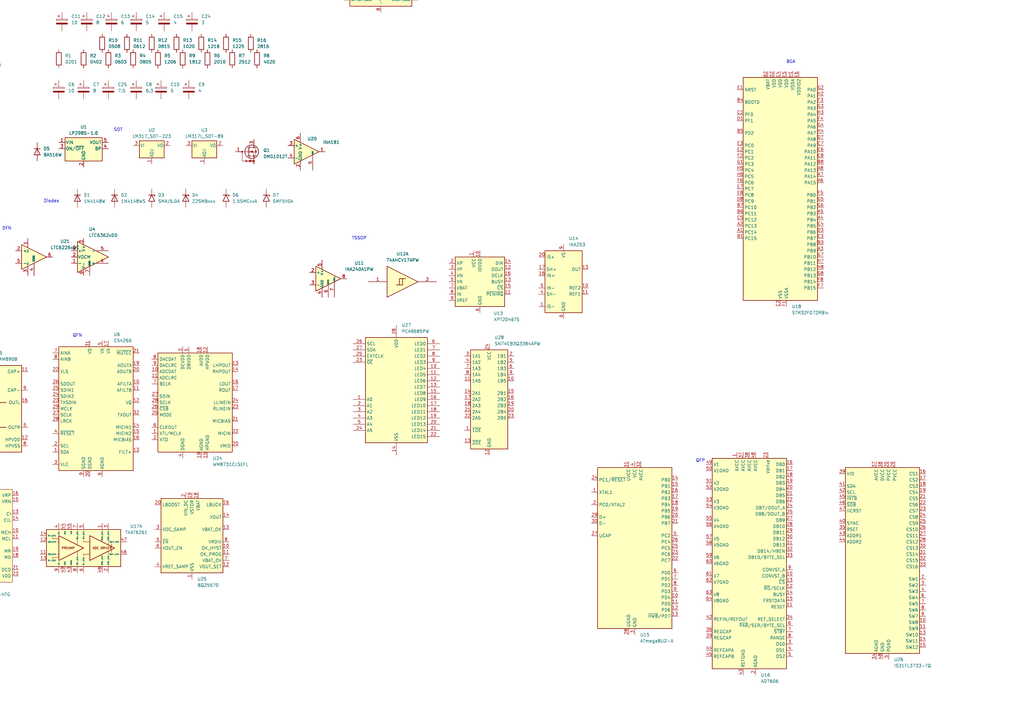
<source format=kicad_sch>
(kicad_sch (version 20250114) (generator "eeschema") (generator_version "9.0")
  (paper "A3")
  (lib_symbols
    (symbol "74xx:74AHCV17APW"
      (property "Reference" "U" (at 1.27 6.096 0))
      (property "Value" "74AHCV17APW" (at 5.842 -6.35 0))
      (symbol "74AHCV17APW_1_1"
        (pin input line (at -12.7 0 0) (length 7.62) (name "~") (number "1"))
        (pin output line (at 15.24 0 180) (length 7.62) (name "~") (number "2"))
      )
      (symbol "74AHCV17APW_2_1"
        (pin input line (at -12.7 0 0) (length 7.62) (name "~") (number "3"))
        (pin output line (at 15.24 0 180) (length 7.62) (name "~") (number "4"))
      )
      (symbol "74AHCV17APW_3_1"
        (pin input line (at -12.7 0 0) (length 7.62) (name "~") (number "5"))
        (pin output line (at 15.24 0 180) (length 7.62) (name "~") (number "6"))
      )
      (symbol "74AHCV17APW_4_1"
        (pin input line (at -12.7 0 0) (length 7.62) (name "~") (number "9"))
        (pin output line (at 15.24 0 180) (length 7.62) (name "~") (number "8"))
      )
      (symbol "74AHCV17APW_5_1"
        (pin input line (at -12.7 0 0) (length 7.62) (name "~") (number "11"))
        (pin output line (at 15.24 0 180) (length 7.62) (name "~") (number "10"))
      )
      (symbol "74AHCV17APW_6_1"
        (pin input line (at -12.7 0 0) (length 7.62) (name "~") (number "13"))
        (pin output line (at 15.24 0 180) (length 7.62) (name "~") (number "12"))
      )
      (symbol "74AHCV17APW_7_1"
        (pin power_in line (at 0 10.16 270) (length 5.08) (name "VCC") (number "14"))
        (pin power_in line (at 0 -10.16 90) (length 5.08) (name "GND") (number "7"))
      )
    )
    (symbol "74xx:74HC4024"
      (property "Reference" "U" (at -6.35 11.43 0))
      (property "Value" "74HC4024" (at 6.35 11.43 0))
      (symbol "74HC4024_1_0"
        (pin input line (at -10.16 2.54 0) (length 2.54) (name "~{CP}") (number "1"))
        (pin input line (at -10.16 -2.54 0) (length 2.54) (name "MR") (number "2"))
        (pin no_connect line (at -7.62 7.62 0) (length 2.54) (hide yes) (name "~") (number "8"))
        (pin no_connect line (at -7.62 5.08 0) (length 2.54) (hide yes) (name "~") (number "10"))
        (pin no_connect line (at -7.62 -5.08 0) (length 2.54) (hide yes) (name "~") (number "13"))
        (pin power_in line (at 0 12.7 270) (length 2.54) (name "VCC") (number "14"))
        (pin power_in line (at 0 -12.7 90) (length 2.54) (name "GND") (number "7"))
        (pin output line (at 10.16 7.62 180) (length 2.54) (name "Q0") (number "12"))
        (pin output line (at 10.16 5.08 180) (length 2.54) (name "Q1") (number "11"))
        (pin output line (at 10.16 2.54 180) (length 2.54) (name "Q2") (number "9"))
        (pin output line (at 10.16 0 180) (length 2.54) (name "Q3") (number "6"))
        (pin output line (at 10.16 -2.54 180) (length 2.54) (name "Q4") (number "5"))
        (pin output line (at 10.16 -5.08 180) (length 2.54) (name "Q5") (number "4"))
        (pin output line (at 10.16 -7.62 180) (length 2.54) (name "Q6") (number "3"))
      )
    )
    (symbol "74xx:SN74CB3Q3384APW"
      (property "Reference" "U" (at -7.62 22.86 0))
      (property "Value" "SN74CB3Q3384APW" (at 10.16 22.86 0))
      (symbol "SN74CB3Q3384APW_0_1"
        (pin tri_state line (at -10.16 17.78 0) (length 2.54) (name "1A1") (number "3"))
        (pin tri_state line (at -10.16 15.24 0) (length 2.54) (name "1A2") (number "4"))
        (pin tri_state line (at -10.16 12.7 0) (length 2.54) (name "1A3") (number "7"))
        (pin tri_state line (at -10.16 10.16 0) (length 2.54) (name "1A4") (number "8"))
        (pin tri_state line (at -10.16 7.62 0) (length 2.54) (name "1A5") (number "11"))
        (pin tri_state line (at -10.16 2.54 0) (length 2.54) (name "2A1") (number "14"))
        (pin tri_state line (at -10.16 0 0) (length 2.54) (name "2A2") (number "17"))
        (pin tri_state line (at -10.16 -2.54 0) (length 2.54) (name "2A3") (number "18"))
        (pin tri_state line (at -10.16 -5.08 0) (length 2.54) (name "2A4") (number "21"))
        (pin tri_state line (at -10.16 -7.62 0) (length 2.54) (name "2A5") (number "22"))
        (pin input line (at -10.16 -12.7 0) (length 2.54) (name "~{1OE}") (number "1"))
        (pin input line (at -10.16 -17.78 0) (length 2.54) (name "~{2OE}") (number "13"))
        (pin power_in line (at 0 22.86 270) (length 2.54) (name "VCC") (number "24"))
        (pin power_in line (at 0 -22.86 90) (length 2.54) (name "GND") (number "12"))
        (pin tri_state line (at 10.16 17.78 180) (length 2.54) (name "1B1") (number "2"))
        (pin tri_state line (at 10.16 15.24 180) (length 2.54) (name "1B2") (number "5"))
        (pin tri_state line (at 10.16 12.7 180) (length 2.54) (name "1B3") (number "6"))
        (pin tri_state line (at 10.16 10.16 180) (length 2.54) (name "1B4") (number "9"))
        (pin tri_state line (at 10.16 7.62 180) (length 2.54) (name "1B5") (number "10"))
        (pin tri_state line (at 10.16 2.54 180) (length 2.54) (name "2B1") (number "15"))
        (pin tri_state line (at 10.16 0 180) (length 2.54) (name "2B2") (number "16"))
        (pin tri_state line (at 10.16 -2.54 180) (length 2.54) (name "2B3") (number "19"))
        (pin tri_state line (at 10.16 -5.08 180) (length 2.54) (name "2B4") (number "20"))
        (pin tri_state line (at 10.16 -7.62 180) (length 2.54) (name "2B5") (number "23"))
      )
    )
    (symbol "Amplifier_Audio:IRS2092S"
      (property "Reference" "U" (at 0 26.035 0))
      (property "Value" "IRS2092S" (at 0 24.13 0))
      (symbol "IRS2092S_1_1"
        (pin power_in line (at -10.16 20.32 0) (length 2.54) (name "VAA") (number "1"))
        (pin input line (at -10.16 15.24 0) (length 2.54) (name "IN-") (number "3"))
        (pin output line (at -10.16 12.7 0) (length 2.54) (name "COMP") (number "4"))
        (pin power_in line (at -10.16 5.08 0) (length 2.54) (name "GND") (number "2"))
        (pin passive line (at -10.16 2.54 0) (length 2.54) (name "CSD") (number "5"))
        (pin power_in line (at -10.16 -7.62 0) (length 2.54) (name "VSS") (number "6"))
        (pin power_out line (at -10.16 -12.7 0) (length 2.54) (name "VREF") (number "7"))
        (pin passive line (at -10.16 -15.24 0) (length 2.54) (name "OCSET") (number "8"))
        (pin passive line (at -10.16 -17.78 0) (length 2.54) (name "DT") (number "9"))
        (pin power_in line (at 0 -22.86 90) (length 2.54) (name "COM") (number "10"))
        (pin passive line (at 10.16 20.32 180) (length 2.54) (name "CSH") (number "16"))
        (pin power_in line (at 10.16 17.78 180) (length 2.54) (name "VB") (number "15"))
        (pin output line (at 10.16 7.62 180) (length 2.54) (name "HO") (number "14"))
        (pin passive line (at 10.16 5.08 180) (length 2.54) (name "VS") (number "13"))
        (pin power_in line (at 10.16 -5.08 180) (length 2.54) (name "VCC") (number "12"))
        (pin output line (at 10.16 -15.24 180) (length 2.54) (name "LO") (number "11"))
      )
    )
    (symbol "Amplifier_Audio:PAM8908"
      (property "Reference" "U" (at -8.89 19.05 0))
      (property "Value" "PAM8908" (at 5.08 19.05 0))
      (symbol "PAM8908_0_1"
        (pin passive line (at 15.24 7.62 180) (length 2.54) (name "CAP-") (number "9"))
      )
      (symbol "PAM8908_1_1"
        (text "+" (at -1.524 4.572 0) (effects (font (size 1.27 1.27) (thickness 0.254) (bold yes))))
        (text "-" (at -1.524 0.762 0) (effects (font (size 1.27 1.27) (thickness 0.254) (bold yes))))
        (text "+" (at -1.524 -5.588 0) (effects (font (size 1.27 1.27) (thickness 0.254) (bold yes))))
        (text "-" (at -1.524 -9.398 0) (effects (font (size 1.27 1.27) (thickness 0.254) (bold yes))))
        (pin input line (at -15.24 15.24 0) (length 2.54) (name "EN") (number "13"))
        (pin input line (at -15.24 12.7 0) (length 2.54) (name "G0") (number "6"))
        (pin input line (at -15.24 10.16 0) (length 2.54) (name "G1") (number "7"))
        (pin input line (at -15.24 5.08 0) (length 2.54) (name "INL+") (number "2"))
        (pin input line (at -15.24 0 0) (length 2.54) (name "INL-") (number "1"))
        (pin input line (at -15.24 -5.08 0) (length 2.54) (name "INR+") (number "3"))
        (pin input line (at -15.24 -10.16 0) (length 2.54) (name "INR-") (number "4"))
        (pin passive line (at -2.54 -20.32 90) (length 2.54) (name "EPAD") (number "17"))
        (pin power_in line (at 0 20.32 270) (length 2.54) (name "PVDD") (number "14"))
        (pin power_in line (at 0 -20.32 90) (length 2.54) (name "PGND") (number "10"))
        (pin power_in line (at 2.54 -20.32 90) (length 2.54) (name "SGND") (number "15"))
        (pin passive line (at 15.24 15.24 180) (length 2.54) (name "CAP+") (number "11"))
        (pin output line (at 15.24 2.54 180) (length 2.54) (name "OUTL") (number "16"))
        (pin output line (at 15.24 -7.62 180) (length 2.54) (name "OUTR") (number "5"))
        (pin power_out line (at 15.24 -12.7 180) (length 2.54) (name "HPVDD") (number "12"))
        (pin power_out line (at 15.24 -15.24 180) (length 2.54) (name "HPVSS") (number "8"))
      )
    )
    (symbol "Amplifier_Current:INA181" (pin_names (offset 0.127))
      (property "Reference" "U" (at 3.81 3.81 0))
      (property "Value" "INA181" (at 3.81 -2.54 0))
      (symbol "INA181_1_1"
        (pin input line (at -7.62 2.54 0) (length 2.54) (name "+") (number "3"))
        (pin input line (at -7.62 -2.54 0) (length 2.54) (name "-") (number "4"))
        (pin power_in line (at -2.54 7.62 270) (length 3.81) (name "V+") (number "6"))
        (pin power_in line (at -2.54 -7.62 90) (length 3.81) (name "GND") (number "2"))
        (pin input line (at 2.54 -7.62 90) (length 6.35) (name "REF") (number "5"))
        (pin output line (at 7.62 0 180) (length 2.54) (name "~") (number "1"))
      )
    )
    (symbol "Amplifier_Current:INA240A1PW" (pin_names (offset 0.127))
      (property "Reference" "U" (at 3.81 3.81 0))
      (property "Value" "INA240A1PW" (at 3.81 -2.54 0))
      (symbol "INA240A1PW_1_1"
        (pin input line (at -7.62 2.54 0) (length 2.54) (name "+") (number "2"))
        (pin input line (at -7.62 -2.54 0) (length 2.54) (name "-") (number "3"))
        (pin power_in line (at -2.54 7.62 270) (length 3.81) (name "V+") (number "5"))
        (pin passive line (at -2.54 -7.62 90) (length 3.81) (hide yes) (name "GND") (number "1"))
        (pin power_in line (at -2.54 -7.62 90) (length 3.81) (name "GND") (number "4"))
        (pin passive line (at 0 -7.62 90) (length 5.08) (name "REF2") (number "6"))
        (pin passive line (at 2.54 -7.62 90) (length 6.35) (name "REF1") (number "7"))
        (pin output line (at 7.62 0 180) (length 2.54) (name "~") (number "8"))
      )
    )
    (symbol "Amplifier_Current:INA253"
      (property "Reference" "U" (at -8.89 13.97 0))
      (property "Value" "INA253" (at 6.35 13.97 0))
      (symbol "INA253_1_1"
        (pin passive line (at -10.16 10.16 0) (length 2.54) (hide yes) (name "IS+") (number "18"))
        (pin passive line (at -10.16 10.16 0) (length 2.54) (hide yes) (name "IS+") (number "19"))
        (pin passive line (at -10.16 10.16 0) (length 2.54) (name "IS+") (number "20"))
        (pin passive line (at -10.16 5.08 0) (length 2.54) (name "SH+") (number "17"))
        (pin passive line (at -10.16 2.54 0) (length 2.54) (name "IN+") (number "16"))
        (pin passive line (at -10.16 -2.54 0) (length 2.54) (name "IN-") (number "5"))
        (pin passive line (at -10.16 -5.08 0) (length 2.54) (name "SH-") (number "4"))
        (pin passive line (at -10.16 -10.16 0) (length 2.54) (name "IS-") (number "1"))
        (pin passive line (at -10.16 -10.16 0) (length 2.54) (hide yes) (name "IS-") (number "2"))
        (pin passive line (at -10.16 -10.16 0) (length 2.54) (hide yes) (name "IS-") (number "3"))
        (pin power_in line (at 0 15.24 270) (length 2.54) (name "VS") (number "9"))
        (pin passive line (at 0 -15.24 90) (length 2.54) (hide yes) (name "GND") (number "15"))
        (pin power_in line (at 0 -15.24 90) (length 2.54) (name "GND") (number "6"))
        (pin no_connect line (at 7.62 10.16 180) (length 2.54) (hide yes) (name "DNC2") (number "14"))
        (pin no_connect line (at 7.62 7.62 180) (length 2.54) (hide yes) (name "DNC1") (number "7"))
        (pin no_connect line (at 7.62 2.54 180) (length 2.54) (hide yes) (name "NC") (number "8"))
        (pin no_connect line (at 7.62 0 180) (length 2.54) (hide yes) (name "NC") (number "12"))
        (pin output line (at 10.16 5.08 180) (length 2.54) (name "OUT") (number "13"))
        (pin passive line (at 10.16 -2.54 180) (length 2.54) (name "REF2") (number "10"))
        (pin passive line (at 10.16 -5.08 180) (length 2.54) (name "REF1") (number "11"))
      )
    )
    (symbol "Amplifier_Operational:LTC6226xDC"
      (property "Reference" "U" (at 0 6.35 0))
      (property "Value" "LTC6226xDC" (at 0 3.81 0))
      (symbol "LTC6226xDC_1_1"
        (pin input line (at -7.62 2.54 0) (length 2.54) (name "+") (number "2"))
        (pin input line (at -7.62 -2.54 0) (length 2.54) (name "-") (number "5"))
        (pin power_in line (at -2.54 7.62 270) (length 3.81) (name "V+") (number "1"))
        (pin power_in line (at -2.54 -7.62 90) (length 3.81) (name "V-") (number "3"))
        (pin passive line (at -2.54 -7.62 90) (length 3.81) (hide yes) (name "V-") (number "7"))
        (pin input line (at 0 -7.62 90) (length 5.08) (name "~{SHDN}") (number "4"))
        (pin output line (at 7.62 0 180) (length 2.54) (name "~") (number "6"))
      )
    )
    (symbol "Amplifier_Operational:LTC6269xDD"
      (property "Reference" "U" (at 0 6.35 0))
      (property "Value" "LTC6269xDD" (at 0 3.81 0))
      (symbol "LTC6269xDD_1_1"
        (pin input line (at -7.62 2.54 0) (length 2.54) (name "+") (number "3"))
        (pin input line (at -7.62 -2.54 0) (length 2.54) (name "-") (number "2"))
        (pin input line (at 0 -5.08 90) (length 2.54) (name "~{SHDN}") (number "5"))
        (pin output line (at 7.62 0 180) (length 2.54) (name "~") (number "1"))
      )
      (symbol "LTC6269xDD_2_1"
        (pin input line (at -7.62 2.54 0) (length 2.54) (name "+") (number "7"))
        (pin input line (at -7.62 -2.54 0) (length 2.54) (name "-") (number "8"))
        (pin input line (at 0 -5.08 90) (length 2.54) (name "~{SHDN}") (number "6"))
        (pin output line (at 7.62 0 180) (length 2.54) (name "~") (number "9"))
      )
      (symbol "LTC6269xDD_3_1"
        (pin power_in line (at -2.54 7.62 270) (length 3.81) (name "V+") (number "10"))
        (pin passive line (at -2.54 -7.62 90) (length 3.81) (hide yes) (name "V-") (number "11"))
        (pin power_in line (at -2.54 -7.62 90) (length 3.81) (name "V-") (number "4"))
      )
    )
    (symbol "Amplifier_Operational:LTC6362xDD" (pin_names (offset 0.127))
      (property "Reference" "U" (at 2.54 5.08 0))
      (property "Value" "LTC6362xDD" (at 2.54 -5.08 0))
      (symbol "LTC6362xDD_1_1"
        (pin input line (at -7.62 2.54 0) (length 2.54) (name "+") (number "8"))
        (pin input line (at -7.62 0 0) (length 2.54) (name "VOCM") (number "2"))
        (pin input line (at -7.62 -2.54 0) (length 2.54) (name "-") (number "1"))
        (pin power_in line (at -2.54 7.62 270) (length 2.54) (name "V+") (number "3"))
        (pin power_in line (at -2.54 -7.62 90) (length 2.54) (name "V-") (number "6"))
        (pin passive line (at -2.54 -7.62 90) (length 2.54) (hide yes) (name "V-") (number "9"))
        (pin input line (at 0 -7.62 90) (length 3.81) (name "~{SHDN}") (number "7"))
        (pin output line (at 7.62 2.54 180) (length 5.08) (name "-") (number "5"))
        (pin output line (at 7.62 -2.54 180) (length 5.08) (name "+") (number "4"))
      )
    )
    (symbol "Analog:AD630ARZ"
      (property "Reference" "U" (at -8.89 19.05 0))
      (property "Value" "AD630ARZ" (at 6.35 19.05 0))
      (symbol "AD630ARZ_0_0"
        (text "R_{in}A" (at -11.176 15.875 0) (effects (font (size 0.762 0.762))))
        (text "R_{in}B" (at -11.176 5.842 0) (effects (font (size 0.762 0.762))))
        (text "CHA+" (at -10.922 13.335 0) (effects (font (size 0.762 0.762))))
        (text "CHA-" (at -10.922 10.922 0) (effects (font (size 0.762 0.762))))
        (text "CHB+" (at -10.795 3.175 0) (effects (font (size 0.762 0.762))))
        (text "CHB-" (at -10.668 0.762 0) (effects (font (size 0.762 0.762))))
        (text "SEL_B" (at -10.541 -4.445 0) (effects (font (size 0.762 0.762))))
        (text "SEL_A" (at -10.541 -6.985 0) (effects (font (size 0.762 0.762))))
        (text "2k5" (at -8.255 15.24 0) (effects (font (size 0.762 0.762))))
        (text "2k5" (at -8.255 5.08 0) (effects (font (size 0.762 0.762))))
        (text "+" (at -4.445 12.7 0) (effects (font (size 0.889 0.889))))
        (text "-" (at -4.445 10.16 0) (effects (font (size 0.889 0.889))))
        (text "+" (at -4.445 2.54 0) (effects (font (size 0.889 0.889))))
        (text "-" (at -4.445 0 0) (effects (font (size 0.889 0.889))))
        (text "-" (at -4.445 -5.08 0) (effects (font (size 0.889 0.889))))
        (text "+" (at -4.445 -7.493 0) (effects (font (size 0.889 0.889))))
        (text "A" (at -3.683 11.43 0) (effects (font (size 1.27 1.27))))
        (text "B" (at -3.683 1.27 0) (effects (font (size 1.27 1.27))))
        (text "-" (at 4.445 6.477 0) (effects (font (size 0.889 0.889))))
        (text "+" (at 4.445 3.937 0) (effects (font (size 0.889 0.889))))
        (text "10k" (at 7.62 2.54 900) (effects (font (size 0.762 0.762))))
        (text "10k" (at 9.525 0 0) (effects (font (size 0.762 0.762))))
        (text "5k" (at 9.525 -2.54 0) (effects (font (size 0.762 0.762))))
        (text "COMP" (at 10.668 13.462 0) (effects (font (size 0.762 0.762))))
        (text "V_{OUT}" (at 10.922 5.842 0) (effects (font (size 0.762 0.762))))
        (text "B/~{A}" (at 11.176 -6.858 0) (effects (font (size 0.762 0.762))))
        (text "R_{B}" (at 11.684 0.762 0) (effects (font (size 0.762 0.762))))
        (text "R_{A}" (at 11.684 -1.778 0) (effects (font (size 0.762 0.762))))
        (text "R_{F}" (at 11.684 -4.318 0) (effects (font (size 0.762 0.762))))
      )
      (symbol "AD630ARZ_1_1"
        (pin input line (at -15.24 15.24 0) (length 2.54) (name "R_{in}A") (number "1"))
        (pin input line (at -15.24 12.7 0) (length 2.54) (name "CHA+") (number "2"))
        (pin input line (at -15.24 10.16 0) (length 2.54) (name "CHA-") (number "20"))
        (pin input line (at -15.24 5.08 0) (length 2.54) (name "R_{in}B") (number "17"))
        (pin input line (at -15.24 2.54 0) (length 2.54) (name "CHB+") (number "18"))
        (pin input line (at -15.24 0 0) (length 2.54) (name "CHB-") (number "19"))
        (pin input line (at -15.24 -5.08 0) (length 2.54) (name "SEL_B") (number "9"))
        (pin input line (at -15.24 -7.62 0) (length 2.54) (name "SEL_A") (number "10"))
        (pin passive line (at -15.24 -12.7 0) (length 2.54) (name "DIFF_OFF_ADJ1") (number "3"))
        (pin passive line (at -15.24 -15.24 0) (length 2.54) (name "DIFF_OFF_ADJ2") (number "4"))
        (pin power_in line (at 0 20.32 270) (length 2.54) (name "+V_{S}") (number "11"))
        (pin power_in line (at 0 -20.32 90) (length 2.54) (name "-V_{S}") (number "8"))
        (pin passive line (at 15.24 12.7 180) (length 2.54) (name "COMP") (number "12"))
        (pin output line (at 15.24 5.08 180) (length 2.54) (name "V_{OUT}") (number "13"))
        (pin output line (at 15.24 0 180) (length 2.54) (name "R_{B}") (number "14"))
        (pin output line (at 15.24 -2.54 180) (length 2.54) (name "R_{A}") (number "16"))
        (pin output line (at 15.24 -5.08 180) (length 2.54) (name "R_{F}") (number "15"))
        (pin open_collector line (at 15.24 -7.62 180) (length 2.54) (name "B/~{A}") (number "7"))
        (pin passive line (at 15.24 -12.7 180) (length 2.54) (name "CM_OFF_ADJ1") (number "5"))
        (pin passive line (at 15.24 -15.24 180) (length 2.54) (name "CM_OFF_ADJ2") (number "6"))
      )
    )
    (symbol "Analog_ADC:AD7606"
      (property "Reference" "U" (at -15.24 44.45 0))
      (property "Value" "AD7606" (at 8.89 44.45 0))
      (symbol "AD7606_1_1"
        (pin input line (at -17.78 40.64 0) (length 2.54) (name "V1") (number "49"))
        (pin input line (at -17.78 38.1 0) (length 2.54) (name "V1GND") (number "50"))
        (pin input line (at -17.78 33.02 0) (length 2.54) (name "V2") (number "51"))
        (pin input line (at -17.78 30.48 0) (length 2.54) (name "V2GND") (number "52"))
        (pin input line (at -17.78 25.4 0) (length 2.54) (name "V3") (number "53"))
        (pin input line (at -17.78 22.86 0) (length 2.54) (name "V3GND") (number "54"))
        (pin input line (at -17.78 17.78 0) (length 2.54) (name "V4") (number "55"))
        (pin input line (at -17.78 15.24 0) (length 2.54) (name "V4GND") (number "56"))
        (pin input line (at -17.78 10.16 0) (length 2.54) (name "V5") (number "57"))
        (pin input line (at -17.78 7.62 0) (length 2.54) (name "V5GND") (number "58"))
        (pin input line (at -17.78 2.54 0) (length 2.54) (name "V6") (number "59"))
        (pin input line (at -17.78 0 0) (length 2.54) (name "V6GND") (number "60"))
        (pin input line (at -17.78 -5.08 0) (length 2.54) (name "V7") (number "61"))
        (pin input line (at -17.78 -7.62 0) (length 2.54) (name "V7GND") (number "62"))
        (pin input line (at -17.78 -12.7 0) (length 2.54) (name "V8") (number "63"))
        (pin input line (at -17.78 -15.24 0) (length 2.54) (name "V8GND") (number "64"))
        (pin passive line (at -17.78 -22.86 0) (length 2.54) (name "REFIN/REFOUT") (number "42"))
        (pin passive line (at -17.78 -27.94 0) (length 2.54) (name "REGCAP") (number "36"))
        (pin passive line (at -17.78 -30.48 0) (length 2.54) (name "REGCAP") (number "39"))
        (pin passive line (at -17.78 -35.56 0) (length 2.54) (name "REFCAPA") (number "44"))
        (pin passive line (at -17.78 -38.1 0) (length 2.54) (name "REFCAPB") (number "45"))
        (pin power_in line (at -5.08 45.72 270) (length 2.54) (name "AVCC") (number "1"))
        (pin power_in line (at -2.54 45.72 270) (length 2.54) (name "AVCC") (number "37"))
        (pin power_in line (at -2.54 -45.72 90) (length 2.54) (name "REFGND") (number "43"))
        (pin passive line (at -2.54 -45.72 90) (length 2.54) (hide yes) (name "REFGND") (number "46"))
        (pin power_in line (at 0 45.72 270) (length 2.54) (name "AVCC") (number "38"))
        (pin power_in line (at 2.54 45.72 270) (length 2.54) (name "AVCC") (number "48"))
        (pin power_in line (at 2.54 -45.72 90) (length 2.54) (name "AGND") (number "2"))
        (pin passive line (at 2.54 -45.72 90) (length 2.54) (hide yes) (name "AGND") (number "26"))
        (pin passive line (at 2.54 -45.72 90) (length 2.54) (hide yes) (name "AGND") (number "35"))
        (pin passive line (at 2.54 -45.72 90) (length 2.54) (hide yes) (name "AGND") (number "40"))
        (pin passive line (at 2.54 -45.72 90) (length 2.54) (hide yes) (name "AGND") (number "41"))
        (pin passive line (at 2.54 -45.72 90) (length 2.54) (hide yes) (name "AGND") (number "47"))
        (pin power_in line (at 7.62 45.72 270) (length 2.54) (name "Vdrive") (number "23"))
        (pin output line (at 17.78 40.64 180) (length 2.54) (name "DB0") (number "16"))
        (pin output line (at 17.78 38.1 180) (length 2.54) (name "DB1") (number "17"))
        (pin output line (at 17.78 35.56 180) (length 2.54) (name "DB2") (number "18"))
        (pin output line (at 17.78 33.02 180) (length 2.54) (name "DB3") (number "19"))
        (pin output line (at 17.78 30.48 180) (length 2.54) (name "DB4") (number "20"))
        (pin output line (at 17.78 27.94 180) (length 2.54) (name "DB5") (number "21"))
        (pin output line (at 17.78 25.4 180) (length 2.54) (name "DB6") (number "22"))
        (pin output line (at 17.78 22.86 180) (length 2.54) (name "DB7/DOUT_A") (number "24"))
        (pin output line (at 17.78 20.32 180) (length 2.54) (name "DB8/DOUT_B") (number "25"))
        (pin output line (at 17.78 17.78 180) (length 2.54) (name "DB9") (number "27"))
        (pin output line (at 17.78 15.24 180) (length 2.54) (name "DB10") (number "28"))
        (pin output line (at 17.78 12.7 180) (length 2.54) (name "DB11") (number "29"))
        (pin output line (at 17.78 10.16 180) (length 2.54) (name "DB12") (number "30"))
        (pin output line (at 17.78 7.62 180) (length 2.54) (name "DB13") (number "31"))
        (pin bidirectional line (at 17.78 5.08 180) (length 2.54) (name "DB14/HBEN") (number "32"))
        (pin bidirectional line (at 17.78 2.54 180) (length 2.54) (name "DB15/BYTE_SEL") (number "33"))
        (pin input line (at 17.78 -2.54 180) (length 2.54) (name "CONVST_A") (number "9"))
        (pin input line (at 17.78 -5.08 180) (length 2.54) (name "CONVST_B") (number "10"))
        (pin input line (at 17.78 -7.62 180) (length 2.54) (name "~{CS}") (number "13"))
        (pin input line (at 17.78 -10.16 180) (length 2.54) (name "~{RD}/SCLK") (number "12"))
        (pin output line (at 17.78 -12.7 180) (length 2.54) (name "BUSY") (number "14"))
        (pin output line (at 17.78 -15.24 180) (length 2.54) (name "FRSTDATA") (number "15"))
        (pin input line (at 17.78 -17.78 180) (length 2.54) (name "RESET") (number "11"))
        (pin input line (at 17.78 -22.86 180) (length 2.54) (name "REF_SELECT") (number "34"))
        (pin input line (at 17.78 -25.4 180) (length 2.54) (name "~{PAR}/SER/BYTE_SEL") (number "6"))
        (pin input line (at 17.78 -27.94 180) (length 2.54) (name "~{STBY}") (number "7"))
        (pin input line (at 17.78 -30.48 180) (length 2.54) (name "RANGE") (number "8"))
        (pin input line (at 17.78 -33.02 180) (length 2.54) (name "OS0") (number "3"))
        (pin input line (at 17.78 -35.56 180) (length 2.54) (name "OS1") (number "4"))
        (pin input line (at 17.78 -38.1 180) (length 2.54) (name "OS2") (number "5"))
      )
    )
    (symbol "Analog_ADC:LTC2294xUP"
      (property "Reference" "U" (at 0 2.54 0))
      (property "Value" "LTC2294xUP" (at 0 0 0))
      (symbol "LTC2294xUP_1_1"
        (pin passive line (at -17.78 40.64 0) (length 2.54) (name "VCMA") (number "61"))
        (pin input line (at -17.78 35.56 0) (length 2.54) (name "SENSEA") (number "62"))
        (pin input line (at -17.78 30.48 0) (length 2.54) (name "AINA+") (number "1"))
        (pin input line (at -17.78 27.94 0) (length 2.54) (name "AINA-") (number "2"))
        (pin input line (at -17.78 22.86 0) (length 2.54) (name "REFHA") (number "3"))
        (pin input line (at -17.78 22.86 0) (length 2.54) (hide yes) (name "REFHA") (number "4"))
        (pin input line (at -17.78 20.32 0) (length 2.54) (name "REFLA") (number "5"))
        (pin input line (at -17.78 20.32 0) (length 2.54) (hide yes) (name "REFLA") (number "6"))
        (pin passive line (at -17.78 5.08 0) (length 2.54) (name "VCMB") (number "20"))
        (pin input line (at -17.78 0 0) (length 2.54) (name "SENSEB") (number "19"))
        (pin input line (at -17.78 -5.08 0) (length 2.54) (name "AINB+") (number "16"))
        (pin input line (at -17.78 -7.62 0) (length 2.54) (name "AINB-") (number "15"))
        (pin input line (at -17.78 -12.7 0) (length 2.54) (name "REFHB") (number "13"))
        (pin input line (at -17.78 -12.7 0) (length 2.54) (hide yes) (name "REFHB") (number "14"))
        (pin input line (at -17.78 -15.24 0) (length 2.54) (name "REFLB") (number "11"))
        (pin input line (at -17.78 -15.24 0) (length 2.54) (hide yes) (name "REFLB") (number "12"))
        (pin input line (at -17.78 -30.48 0) (length 2.54) (name "CLKA") (number "8"))
        (pin input line (at -17.78 -33.02 0) (length 2.54) (name "CLKB") (number "9"))
        (pin input line (at -17.78 -38.1 0) (length 2.54) (name "MUX") (number "21"))
        (pin input line (at -17.78 -40.64 0) (length 2.54) (name "MODE") (number "60"))
        (pin no_connect line (at -15.24 -20.32 0) (length 2.54) (hide yes) (name "NC") (number "24"))
        (pin no_connect line (at -15.24 -22.86 0) (length 2.54) (hide yes) (name "NC") (number "25"))
        (pin no_connect line (at -15.24 -25.4 0) (length 2.54) (hide yes) (name "NC") (number "41"))
        (pin no_connect line (at -15.24 -27.94 0) (length 2.54) (hide yes) (name "NC") (number "42"))
        (pin power_in line (at -7.62 48.26 270) (length 2.54) (name "VDD") (number "7"))
        (pin power_in line (at -5.08 48.26 270) (length 2.54) (name "VDD") (number "10"))
        (pin power_in line (at -2.54 48.26 270) (length 2.54) (name "VDD") (number "18"))
        (pin power_in line (at -2.54 -48.26 90) (length 2.54) (name "GND") (number "17"))
        (pin passive line (at -2.54 -48.26 90) (length 2.54) (hide yes) (name "GND") (number "64"))
        (pin passive line (at -2.54 -48.26 90) (length 2.54) (hide yes) (name "GND") (number "65"))
        (pin power_in line (at 0 48.26 270) (length 2.54) (name "VDD") (number "63"))
        (pin power_in line (at 2.54 -48.26 90) (length 2.54) (name "OGND") (number "31"))
        (pin passive line (at 2.54 -48.26 90) (length 2.54) (hide yes) (name "OGND") (number "50"))
        (pin power_in line (at 5.08 48.26 270) (length 2.54) (name "OVDD") (number "32"))
        (pin power_in line (at 7.62 48.26 270) (length 2.54) (name "OVDD") (number "49"))
        (pin output line (at 17.78 40.64 180) (length 2.54) (name "DA0") (number "43"))
        (pin output line (at 17.78 38.1 180) (length 2.54) (name "DA1") (number "44"))
        (pin output line (at 17.78 35.56 180) (length 2.54) (name "DA2") (number "45"))
        (pin output line (at 17.78 33.02 180) (length 2.54) (name "DA3") (number "46"))
        (pin output line (at 17.78 30.48 180) (length 2.54) (name "DA4") (number "47"))
        (pin output line (at 17.78 27.94 180) (length 2.54) (name "DA5") (number "48"))
        (pin output line (at 17.78 25.4 180) (length 2.54) (name "DA6") (number "51"))
        (pin output line (at 17.78 22.86 180) (length 2.54) (name "DA7") (number "52"))
        (pin output line (at 17.78 20.32 180) (length 2.54) (name "DA8") (number "53"))
        (pin output line (at 17.78 17.78 180) (length 2.54) (name "DA9") (number "54"))
        (pin output line (at 17.78 15.24 180) (length 2.54) (name "DA10") (number "55"))
        (pin output line (at 17.78 12.7 180) (length 2.54) (name "DA11") (number "56"))
        (pin output line (at 17.78 10.16 180) (length 2.54) (name "OFA") (number "57"))
        (pin output line (at 17.78 5.08 180) (length 2.54) (name "DB0") (number "26"))
        (pin output line (at 17.78 2.54 180) (length 2.54) (name "DB1") (number "27"))
        (pin output line (at 17.78 0 180) (length 2.54) (name "DB2") (number "28"))
        (pin output line (at 17.78 -2.54 180) (length 2.54) (name "DB3") (number "29"))
        (pin output line (at 17.78 -5.08 180) (length 2.54) (name "DB4") (number "30"))
        (pin output line (at 17.78 -7.62 180) (length 2.54) (name "DB5") (number "33"))
        (pin output line (at 17.78 -10.16 180) (length 2.54) (name "DB6") (number "34"))
        (pin output line (at 17.78 -12.7 180) (length 2.54) (name "DB7") (number "35"))
        (pin output line (at 17.78 -15.24 180) (length 2.54) (name "DB8") (number "36"))
        (pin output line (at 17.78 -17.78 180) (length 2.54) (name "DB9") (number "37"))
        (pin output line (at 17.78 -20.32 180) (length 2.54) (name "DB10") (number "38"))
        (pin output line (at 17.78 -22.86 180) (length 2.54) (name "DB11") (number "39"))
        (pin output line (at 17.78 -25.4 180) (length 2.54) (name "OFB") (number "40"))
        (pin input line (at 17.78 -30.48 180) (length 2.54) (name "~{OEB}") (number "23"))
        (pin input line (at 17.78 -33.02 180) (length 2.54) (name "~{OEA}") (number "58"))
        (pin input line (at 17.78 -38.1 180) (length 2.54) (name "SHDNB") (number "22"))
        (pin input line (at 17.78 -40.64 180) (length 2.54) (name "SHDNA") (number "59"))
      )
    )
    (symbol "Audio:CS4265"
      (property "Reference" "U" (at -13.97 26.67 0))
      (property "Value" "CS4265" (at 11.43 -26.67 0))
      (symbol "CS4265_1_1"
        (pin input line (at -17.78 22.86 0) (length 2.54) (name "AINA") (number "7"))
        (pin input line (at -17.78 20.32 0) (length 2.54) (name "AINB") (number "8"))
        (pin input line (at -17.78 15.24 0) (length 2.54) (name "VLS") (number "22"))
        (pin output line (at -17.78 10.16 0) (length 2.54) (name "SDOUT") (number "26"))
        (pin input line (at -17.78 7.62 0) (length 2.54) (name "SDIN1") (number "25"))
        (pin input line (at -17.78 5.08 0) (length 2.54) (name "SDIN2") (number "24"))
        (pin input line (at -17.78 2.54 0) (length 2.54) (name "TXSDIN") (number "23"))
        (pin input line (at -17.78 0 0) (length 2.54) (name "MCLK") (number "29"))
        (pin bidirectional line (at -17.78 -2.54 0) (length 2.54) (name "SCLK") (number "27"))
        (pin bidirectional line (at -17.78 -5.08 0) (length 2.54) (name "LRCK") (number "28"))
        (pin input line (at -17.78 -10.16 0) (length 2.54) (name "~{RESET}") (number "4"))
        (pin input line (at -17.78 -15.24 0) (length 2.54) (name "SCL") (number "2"))
        (pin bidirectional line (at -17.78 -17.78 0) (length 2.54) (name "SDA") (number "1"))
        (pin input line (at -17.78 -22.86 0) (length 2.54) (name "VLC") (number "3"))
        (pin power_in line (at -5.08 -27.94 90) (length 2.54) (name "SGND") (number "9"))
        (pin power_in line (at -2.54 27.94 270) (length 2.54) (name "VD") (number "31"))
        (pin power_in line (at -2.54 -27.94 90) (length 2.54) (name "DGND") (number "30"))
        (pin power_in line (at 2.54 27.94 270) (length 2.54) (name "VA") (number "5"))
        (pin passive line (at 2.54 -27.94 90) (length 2.54) (hide yes) (name "AGND") (number "18"))
        (pin passive line (at 2.54 -27.94 90) (length 2.54) (hide yes) (name "AGND") (number "33"))
        (pin power_in line (at 2.54 -27.94 90) (length 2.54) (name "AGND") (number "6"))
        (pin power_in line (at 5.08 27.94 270) (length 2.54) (name "VA") (number "17"))
        (pin output line (at 17.78 22.86 180) (length 2.54) (name "~{MUTEC}") (number "21"))
        (pin output line (at 17.78 17.78 180) (length 2.54) (name "AOUTA") (number "19"))
        (pin output line (at 17.78 15.24 180) (length 2.54) (name "AOUTB") (number "20"))
        (pin output line (at 17.78 10.16 180) (length 2.54) (name "AFILTA") (number "10"))
        (pin output line (at 17.78 7.62 180) (length 2.54) (name "AFILTB") (number "11"))
        (pin output line (at 17.78 2.54 180) (length 2.54) (name "VQ") (number "12"))
        (pin output line (at 17.78 -2.54 180) (length 2.54) (name "TXOUT") (number "32"))
        (pin input line (at 17.78 -7.62 180) (length 2.54) (name "MICIN1") (number "14"))
        (pin input line (at 17.78 -10.16 180) (length 2.54) (name "MICIN2") (number "15"))
        (pin output line (at 17.78 -12.7 180) (length 2.54) (name "MICBIAS") (number "16"))
        (pin output line (at 17.78 -17.78 180) (length 2.54) (name "FILT+") (number "13"))
      )
    )
    (symbol "Audio:THAT6261"
      (property "Reference" "U" (at -13.97 8.89 0))
      (property "Value" "THAT6261" (at 15.24 8.89 0))
      (symbol "THAT6261_1_0"
        (text "PREAMP" (at -6.35 0 0) (effects (font (size 0.889 0.889))))
        (text "ADC DRIVER" (at 7.62 0 0) (effects (font (size 0.889 0.889))))
      )
      (symbol "THAT6261_1_1"
        (pin input line (at -17.78 5.08 0) (length 2.54) (name "IN+_CH1") (number "14"))
        (pin passive line (at -17.78 2.54 0) (length 2.54) (name "CG1_CH1") (number "12"))
        (pin passive line (at -17.78 -2.54 0) (length 2.54) (name "CG2_CH1") (number "11"))
        (pin input line (at -17.78 -5.08 0) (length 2.54) (name "IN-_CH1") (number "13"))
        (pin passive line (at -10.16 10.16 270) (length 2.54) (hide yes) (name "VA+") (number "10"))
        (pin power_in line (at -10.16 10.16 270) (length 2.54) (name "VA+") (number "4"))
        (pin passive line (at -10.16 -10.16 90) (length 2.54) (hide yes) (name "VA-") (number "15"))
        (pin passive line (at -10.16 -10.16 90) (length 2.54) (hide yes) (name "VA-") (number "20"))
        (pin power_in line (at -10.16 -10.16 90) (length 2.54) (name "VA-") (number "9"))
        (pin power_in line (at -7.62 10.16 270) (length 2.54) (name "VCM") (number "44"))
        (pin passive line (at -7.62 -10.16 90) (length 2.54) (name "PAD") (number "49"))
        (pin power_in line (at -5.08 10.16 270) (length 2.54) (name "VAD") (number "45"))
        (pin power_in line (at -5.08 -10.16 90) (length 2.54) (name "AGND") (number "43"))
        (pin output line (at -2.54 10.16 270) (length 2.54) (name "PO+_CH1") (number "7"))
        (pin output line (at -2.54 -10.16 90) (length 2.54) (name "PO-_CH1") (number "8"))
        (pin input line (at 0 10.16 270) (length 2.54) (name "DI+_CH1") (number "5"))
        (pin input line (at 0 -10.16 90) (length 2.54) (name "DI-_CH1") (number "6"))
        (pin passive line (at 7.62 10.16 270) (length 2.54) (name "RFB+_CH1") (number "1"))
        (pin passive line (at 7.62 -10.16 90) (length 2.54) (name "RFB-_CH1") (number "48"))
        (pin passive line (at 10.16 10.16 270) (length 2.54) (name "CFB+_CH1") (number "3"))
        (pin passive line (at 10.16 -10.16 90) (length 2.54) (name "CFB-_CH1") (number "2"))
        (pin output line (at 17.78 2.54 180) (length 2.54) (name "OUT+_CH1") (number "47"))
        (pin output line (at 17.78 -2.54 180) (length 2.54) (name "OUT-_CH1") (number "46"))
      )
      (symbol "THAT6261_2_1"
        (pin output line (at -10.16 7.62 0) (length 2.54) (name "BSY_CH1") (number "27"))
        (pin output line (at -10.16 5.08 0) (length 2.54) (name "BSY_CH2") (number "34"))
        (pin input line (at -10.16 0 0) (length 2.54) (name "~{CS}") (number "30"))
        (pin input line (at -10.16 -2.54 0) (length 2.54) (name "SCLK") (number "31"))
        (pin input line (at -10.16 -5.08 0) (length 2.54) (name "DIN") (number "32"))
        (pin tri_state line (at -10.16 -7.62 0) (length 2.54) (name "DOUT") (number "33"))
        (pin power_in line (at 0 15.24 270) (length 2.54) (name "VD") (number "29"))
        (pin power_in line (at 0 -15.24 90) (length 2.54) (name "DGND") (number "28"))
        (pin output line (at 10.16 2.54 180) (length 2.54) (name "GPO0_CH1") (number "25"))
        (pin output line (at 10.16 0 180) (length 2.54) (name "GPO1_CH1") (number "26"))
        (pin output line (at 10.16 -2.54 180) (length 2.54) (name "GPO_CH2") (number "35"))
        (pin output line (at 10.16 -5.08 180) (length 2.54) (name "GP1_CH2") (number "36"))
      )
      (symbol "THAT6261_3_0"
        (text "PREAMP" (at -6.35 0 0) (effects (font (size 0.889 0.889))))
        (text "ADC DRIVER" (at 6.985 0 0) (effects (font (size 0.889 0.889))))
      )
      (symbol "THAT6261_3_1"
        (pin input line (at -17.78 5.08 0) (length 2.54) (name "IN+_CH2") (number "19"))
        (pin passive line (at -17.78 2.54 0) (length 2.54) (name "CG1_CH2") (number "17"))
        (pin passive line (at -17.78 -2.54 0) (length 2.54) (name "CG2_CH2") (number "16"))
        (pin input line (at -17.78 -5.08 0) (length 2.54) (name "IN-_CH2") (number "18"))
        (pin output line (at -2.54 10.16 270) (length 2.54) (name "PO+_CH2") (number "21"))
        (pin output line (at -2.54 -10.16 90) (length 2.54) (name "PO-_CH2") (number "22"))
        (pin input line (at 0 10.16 270) (length 2.54) (name "DI+_CH2") (number "23"))
        (pin input line (at 0 -10.16 90) (length 2.54) (name "DI-_CH2") (number "24"))
        (pin passive line (at 7.62 10.16 270) (length 2.54) (name "RFB+_CH2") (number "39"))
        (pin passive line (at 7.62 -10.16 90) (length 2.54) (name "RFB-_CH2") (number "40"))
        (pin passive line (at 10.16 10.16 270) (length 2.54) (name "CFB+_CH2") (number "37"))
        (pin passive line (at 10.16 -10.16 90) (length 2.54) (name "CFB-_CH2") (number "38"))
        (pin output line (at 17.78 2.54 180) (length 2.54) (name "OUT+_CH2") (number "41"))
        (pin output line (at 17.78 -2.54 180) (length 2.54) (name "OUT-_CH2") (number "42"))
      )
    )
    (symbol "Audio:WM8731CLSEFL"
      (property "Reference" "U" (at -13.97 21.59 0))
      (property "Value" "WM8731CLSEFL" (at 0 5.08 0))
      (symbol "WM8731CLSEFL_1_1"
        (pin input line (at -17.78 17.78 0) (length 2.54) (name "DACDAT") (number "8"))
        (pin bidirectional line (at -17.78 15.24 0) (length 2.54) (name "DACLRC") (number "9"))
        (pin output line (at -17.78 12.7 0) (length 2.54) (name "ADCDAT") (number "10"))
        (pin bidirectional line (at -17.78 10.16 0) (length 2.54) (name "ADCLRC") (number "11"))
        (pin bidirectional line (at -17.78 7.62 0) (length 2.54) (name "BCLK") (number "7"))
        (pin bidirectional line (at -17.78 2.54 0) (length 2.54) (name "SDIN") (number "27"))
        (pin input line (at -17.78 0 0) (length 2.54) (name "SCLK") (number "28"))
        (pin input line (at -17.78 -2.54 0) (length 2.54) (name "~{CSB}") (number "26"))
        (pin input line (at -17.78 -5.08 0) (length 2.54) (name "MODE") (number "25"))
        (pin output line (at -17.78 -10.16 0) (length 2.54) (name "CLKOUT") (number "6"))
        (pin input line (at -17.78 -12.7 0) (length 2.54) (name "XTI/MCLK") (number "1"))
        (pin output line (at -17.78 -15.24 0) (length 2.54) (name "XTO") (number "2"))
        (pin power_in line (at -5.08 22.86 270) (length 2.54) (name "DCVDD") (number "3"))
        (pin power_in line (at -5.08 -22.86 90) (length 2.54) (name "DGND") (number "4"))
        (pin power_in line (at -2.54 22.86 270) (length 2.54) (name "DBVDD") (number "5"))
        (pin power_in line (at 2.54 22.86 270) (length 2.54) (name "AVDD") (number "18"))
        (pin power_in line (at 2.54 -22.86 90) (length 2.54) (name "AGND") (number "19"))
        (pin passive line (at 2.54 -22.86 90) (length 2.54) (hide yes) (name "AGND") (number "29"))
        (pin power_in line (at 5.08 22.86 270) (length 2.54) (name "HPVDD") (number "12"))
        (pin power_in line (at 5.08 -22.86 90) (length 2.54) (name "HPGND") (number "15"))
        (pin output line (at 17.78 15.24 180) (length 2.54) (name "LHPOUT") (number "13"))
        (pin output line (at 17.78 12.7 180) (length 2.54) (name "RHPOUT") (number "14"))
        (pin output line (at 17.78 7.62 180) (length 2.54) (name "LOUT") (number "16"))
        (pin output line (at 17.78 5.08 180) (length 2.54) (name "ROUT") (number "17"))
        (pin input line (at 17.78 0 180) (length 2.54) (name "LLINEIN") (number "24"))
        (pin input line (at 17.78 -2.54 180) (length 2.54) (name "RLINEIN") (number "23"))
        (pin output line (at 17.78 -7.62 180) (length 2.54) (name "MICBIAS") (number "21"))
        (pin input line (at 17.78 -12.7 180) (length 2.54) (name "MICIN") (number "22"))
        (pin passive line (at 17.78 -17.78 180) (length 2.54) (name "VMID") (number "20"))
      )
    )
    (symbol "Battery_Management:BQ25570"
      (property "Reference" "U" (at -12.7 16.51 0))
      (property "Value" "BQ25570" (at 10.16 16.51 0))
      (symbol "BQ25570_1_1"
        (pin passive line (at -15.24 12.7 0) (length 2.54) (name "LBOOST") (number "20"))
        (pin input line (at -15.24 2.54 0) (length 2.54) (name "VOC_SAMP") (number "3"))
        (pin input line (at -15.24 -2.54 0) (length 2.54) (name "~{EN}") (number "5"))
        (pin input line (at -15.24 -5.08 0) (length 2.54) (name "VOUT_EN") (number "6"))
        (pin passive line (at -15.24 -12.7 0) (length 2.54) (name "VREF_SAMP") (number "4"))
        (pin power_in line (at -2.54 17.78 270) (length 2.54) (name "VIN_DC") (number "2"))
        (pin power_out line (at 0 17.78 270) (length 2.54) (name "VSTOR") (number "19"))
        (pin power_in line (at 0 -17.78 90) (length 2.54) (name "VSS") (number "1"))
        (pin passive line (at 0 -17.78 90) (length 2.54) (hide yes) (name "VSS") (number "15"))
        (pin passive line (at 0 -17.78 90) (length 2.54) (hide yes) (name "VSS") (number "17"))
        (pin passive line (at 0 -17.78 90) (length 2.54) (hide yes) (name "VSS") (number "21"))
        (pin passive line (at 0 -17.78 90) (length 2.54) (hide yes) (name "VSS") (number "9"))
        (pin power_in line (at 2.54 17.78 270) (length 2.54) (name "VBAT") (number "18"))
        (pin passive line (at 15.24 12.7 180) (length 2.54) (name "LBUCK") (number "16"))
        (pin input line (at 15.24 7.62 180) (length 2.54) (name "VOUT") (number "14"))
        (pin output line (at 15.24 2.54 180) (length 2.54) (name "VBAT_OK") (number "13"))
        (pin output line (at 15.24 -2.54 180) (length 2.54) (name "VRDIV") (number "8"))
        (pin input line (at 15.24 -5.08 180) (length 2.54) (name "OK_HYST") (number "10"))
        (pin input line (at 15.24 -7.62 180) (length 2.54) (name "OK_PROG") (number "11"))
        (pin input line (at 15.24 -10.16 180) (length 2.54) (name "VBAT_OV") (number "7"))
        (pin input line (at 15.24 -12.7 180) (length 2.54) (name "VOUT_SET") (number "12"))
      )
    )
    (symbol "Device:C" (pin_numbers (hide yes)) (pin_names (offset 0.254))
      (property "Reference" "C" (at 0.635 2.54 0))
      (property "Value" "C" (at 0.635 -2.54 0))
      (symbol "C_1_1"
        (pin passive line (at 0 3.81 270) (length 2.794) (name "~") (number "1"))
        (pin passive line (at 0 -3.81 90) (length 2.794) (name "~") (number "2"))
      )
    )
    (symbol "Device:C_Polarized" (pin_numbers (hide yes)) (pin_names (offset 0.254))
      (property "Reference" "C" (at 0.635 2.54 0))
      (property "Value" "C_Polarized" (at 0.635 -2.54 0))
      (symbol "C_Polarized_1_1"
        (pin passive line (at 0 3.81 270) (length 2.794) (name "~") (number "1"))
        (pin passive line (at 0 -3.81 90) (length 2.794) (name "~") (number "2"))
      )
    )
    (symbol "Device:L" (pin_numbers (hide yes)) (pin_names (offset 1.016) (hide yes))
      (property "Reference" "L" (at -1.27 0 90))
      (property "Value" "L" (at 1.905 0 90))
      (symbol "L_1_1"
        (pin passive line (at 0 3.81 270) (length 1.27) (name "1") (number "1"))
        (pin passive line (at 0 -3.81 90) (length 1.27) (name "2") (number "2"))
      )
    )
    (symbol "Device:R" (pin_numbers (hide yes)) (pin_names (offset 0))
      (property "Reference" "R" (at 2.032 0 90))
      (property "Value" "R" (at 0 0 90))
      (symbol "R_1_1"
        (pin passive line (at 0 3.81 270) (length 1.27) (name "~") (number "1"))
        (pin passive line (at 0 -3.81 90) (length 1.27) (name "~") (number "2"))
      )
    )
    (symbol "Diode:1.5SMCxxA" (pin_numbers (hide yes)) (pin_names (offset 1.016) (hide yes))
      (property "Reference" "D" (at 0 2.54 0))
      (property "Value" "1.5SMCxxA" (at 0 -2.54 0))
      (symbol "1.5SMCxxA_1_1"
        (pin passive line (at -3.81 0 0) (length 2.54) (name "A1") (number "1"))
        (pin passive line (at 3.81 0 180) (length 2.54) (name "A2") (number "2"))
      )
    )
    (symbol "Diode:1N4148W" (pin_numbers (hide yes)) (pin_names (hide yes))
      (property "Reference" "D" (at 0 2.54 0))
      (property "Value" "1N4148W" (at 0 -2.54 0))
      (symbol "1N4148W_1_1"
        (pin passive line (at -3.81 0 0) (length 2.54) (name "K") (number "1"))
        (pin passive line (at 3.81 0 180) (length 2.54) (name "A") (number "2"))
      )
    )
    (symbol "Diode:1N4148WS" (pin_numbers (hide yes)) (pin_names (hide yes))
      (property "Reference" "D" (at 0 2.54 0))
      (property "Value" "1N4148WS" (at 0 -2.54 0))
      (symbol "1N4148WS_1_1"
        (pin passive line (at -3.81 0 0) (length 2.54) (name "K") (number "1"))
        (pin passive line (at 3.81 0 180) (length 2.54) (name "A") (number "2"))
      )
    )
    (symbol "Diode:BAS16W" (pin_numbers (hide yes)) (pin_names (hide yes))
      (property "Reference" "D" (at 0 2.54 0))
      (property "Value" "BAS16W" (at 0 -2.54 0))
      (symbol "BAS16W_1_1"
        (pin passive line (at -3.81 0 0) (length 2.54) (name "K") (number "3"))
        (pin no_connect line (at -1.27 0 0) (length 2.54) (hide yes) (name "NC") (number "2"))
        (pin passive line (at 3.81 0 180) (length 2.54) (name "A") (number "1"))
      )
    )
    (symbol "Diode:SMAJ5.0A" (pin_numbers (hide yes)) (pin_names (offset 1.016) (hide yes))
      (property "Reference" "D" (at 0 2.54 0))
      (property "Value" "SMAJ5.0A" (at 0 -2.54 0))
      (symbol "SMAJ5.0A_1_1"
        (pin passive line (at -3.81 0 0) (length 2.54) (name "A1") (number "1"))
        (pin passive line (at 3.81 0 180) (length 2.54) (name "A2") (number "2"))
      )
    )
    (symbol "Diode:SMF5V0A" (pin_numbers (hide yes)) (pin_names (offset 1.016) (hide yes))
      (property "Reference" "D" (at 0 2.54 0))
      (property "Value" "SMF5V0A" (at 0 -2.54 0))
      (symbol "SMF5V0A_1_1"
        (pin passive line (at -3.81 0 0) (length 2.54) (name "A1") (number "1"))
        (pin passive line (at 3.81 0 180) (length 2.54) (name "A2") (number "2"))
      )
    )
    (symbol "Diode:Z2SMBxxx" (pin_numbers (hide yes)) (pin_names (hide yes))
      (property "Reference" "D" (at 0 2.54 0))
      (property "Value" "Z2SMBxxx" (at 0 -2.54 0))
      (symbol "Z2SMBxxx_1_1"
        (pin passive line (at -3.81 0 0) (length 2.54) (name "K") (number "1"))
        (pin passive line (at 3.81 0 180) (length 2.54) (name "A") (number "2"))
      )
    )
    (symbol "Driver_Display:XPT2046TS"
      (property "Reference" "U" (at -8.89 11.43 0))
      (property "Value" "XPT2046TS" (at 3.81 11.43 0))
      (symbol "XPT2046TS_1_1"
        (pin input line (at -12.7 7.62 0) (length 2.54) (name "XP") (number "2"))
        (pin input line (at -12.7 5.08 0) (length 2.54) (name "YP") (number "3"))
        (pin input line (at -12.7 2.54 0) (length 2.54) (name "XN") (number "4"))
        (pin input line (at -12.7 0 0) (length 2.54) (name "YN") (number "5"))
        (pin power_in line (at -12.7 -2.54 0) (length 2.54) (name "VBAT") (number "7"))
        (pin input line (at -12.7 -5.08 0) (length 2.54) (name "IN") (number "8"))
        (pin bidirectional line (at -12.7 -7.62 0) (length 2.54) (name "VREF") (number "9"))
        (pin power_in line (at -2.54 12.7 270) (length 2.54) (name "VCC") (number "1"))
        (pin power_in line (at 0 12.7 270) (length 2.54) (name "IOVDD") (number "10"))
        (pin power_in line (at 0 -12.7 90) (length 2.54) (name "GND") (number "6"))
        (pin input line (at 12.7 7.62 180) (length 2.54) (name "DIN") (number "14"))
        (pin output line (at 12.7 5.08 180) (length 2.54) (name "DOUT") (number "12"))
        (pin input line (at 12.7 2.54 180) (length 2.54) (name "DCLK") (number "16"))
        (pin output line (at 12.7 0 180) (length 2.54) (name "BUSY") (number "13"))
        (pin input line (at 12.7 -2.54 180) (length 2.54) (name "~{CS}") (number "15"))
        (pin open_collector line (at 12.7 -5.08 180) (length 2.54) (name "~{PENIRQ}") (number "11"))
      )
    )
    (symbol "Driver_LED:IS31FL3733-TQ"
      (property "Reference" "U" (at 0 1.27 0))
      (property "Value" "IS31FL3733-TQ" (at 0 -1.27 0))
      (symbol "IS31FL3733-TQ_1_1"
        (pin input line (at -17.78 35.56 0) (length 2.54) (name "VIO") (number "39"))
        (pin bidirectional line (at -17.78 30.48 0) (length 2.54) (name "SDA") (number "41"))
        (pin input line (at -17.78 27.94 0) (length 2.54) (name "SCL") (number "42"))
        (pin open_collector line (at -17.78 25.4 0) (length 2.54) (name "~{INTB}") (number "45"))
        (pin input line (at -17.78 22.86 0) (length 2.54) (name "~{SDB}") (number "46"))
        (pin input line (at -17.78 20.32 0) (length 2.54) (name "IICRST") (number "47"))
        (pin input line (at -17.78 15.24 0) (length 2.54) (name "SYNC") (number "40"))
        (pin passive line (at -17.78 12.7 0) (length 2.54) (name "RSET") (number "35"))
        (pin input line (at -17.78 10.16 0) (length 2.54) (name "ADDR1") (number "43"))
        (pin input line (at -17.78 7.62 0) (length 2.54) (name "ADDR2") (number "44"))
        (pin no_connect line (at -15.24 -33.02 0) (length 2.54) (hide yes) (name "NC") (number "1"))
        (pin no_connect line (at -15.24 -35.56 0) (length 2.54) (hide yes) (name "NC") (number "36"))
        (pin power_in line (at -2.54 40.64 270) (length 2.54) (name "AVCC") (number "37"))
        (pin power_in line (at -2.54 -40.64 90) (length 2.54) (name "AGND") (number "34"))
        (pin power_in line (at 0 40.64 270) (length 2.54) (name "DVCC") (number "38"))
        (pin power_in line (at 0 -40.64 90) (length 2.54) (name "GND") (number "48"))
        (pin passive line (at 0 -40.64 90) (length 2.54) (hide yes) (name "GND") (number "49"))
        (pin power_in line (at 2.54 40.64 270) (length 2.54) (name "PVCC") (number "20"))
        (pin passive line (at 2.54 -40.64 90) (length 2.54) (hide yes) (name "PGND") (number "12"))
        (pin power_in line (at 2.54 -40.64 90) (length 2.54) (name "PGND") (number "5"))
        (pin power_in line (at 5.08 40.64 270) (length 2.54) (name "PVCC") (number "29"))
        (pin output line (at 17.78 35.56 180) (length 2.54) (name "CS1") (number "16"))
        (pin output line (at 17.78 33.02 180) (length 2.54) (name "CS2") (number "17"))
        (pin output line (at 17.78 30.48 180) (length 2.54) (name "CS3") (number "18"))
        (pin output line (at 17.78 27.94 180) (length 2.54) (name "CS4") (number "19"))
        (pin output line (at 17.78 25.4 180) (length 2.54) (name "CS5") (number "21"))
        (pin output line (at 17.78 22.86 180) (length 2.54) (name "CS6") (number "22"))
        (pin output line (at 17.78 20.32 180) (length 2.54) (name "CS7") (number "23"))
        (pin output line (at 17.78 17.78 180) (length 2.54) (name "CS8") (number "24"))
        (pin output line (at 17.78 15.24 180) (length 2.54) (name "CS9") (number "25"))
        (pin output line (at 17.78 12.7 180) (length 2.54) (name "CS10") (number "26"))
        (pin output line (at 17.78 10.16 180) (length 2.54) (name "CS11") (number "27"))
        (pin output line (at 17.78 7.62 180) (length 2.54) (name "CS12") (number "28"))
        (pin output line (at 17.78 5.08 180) (length 2.54) (name "CS13") (number "30"))
        (pin output line (at 17.78 2.54 180) (length 2.54) (name "CS14") (number "31"))
        (pin output line (at 17.78 0 180) (length 2.54) (name "CS15") (number "32"))
        (pin output line (at 17.78 -2.54 180) (length 2.54) (name "CS16") (number "33"))
        (pin input line (at 17.78 -7.62 180) (length 2.54) (name "SW1") (number "2"))
        (pin input line (at 17.78 -10.16 180) (length 2.54) (name "SW2") (number "3"))
        (pin input line (at 17.78 -12.7 180) (length 2.54) (name "SW3") (number "4"))
        (pin input line (at 17.78 -15.24 180) (length 2.54) (name "SW4") (number "6"))
        (pin input line (at 17.78 -17.78 180) (length 2.54) (name "SW5") (number "7"))
        (pin input line (at 17.78 -20.32 180) (length 2.54) (name "SW6") (number "8"))
        (pin input line (at 17.78 -22.86 180) (length 2.54) (name "SW7") (number "9"))
        (pin input line (at 17.78 -25.4 180) (length 2.54) (name "SW8") (number "10"))
        (pin input line (at 17.78 -27.94 180) (length 2.54) (name "SW9") (number "11"))
        (pin input line (at 17.78 -30.48 180) (length 2.54) (name "SW10") (number "13"))
        (pin input line (at 17.78 -33.02 180) (length 2.54) (name "SW11") (number "14"))
        (pin input line (at 17.78 -35.56 180) (length 2.54) (name "SW12") (number "15"))
      )
    )
    (symbol "Driver_LED:PCA9685PW"
      (property "Reference" "U" (at -12.7 22.225 0))
      (property "Value" "PCA9685PW" (at 1.27 22.225 0))
      (symbol "PCA9685PW_1_1"
        (pin input line (at -17.78 17.78 0) (length 5.08) (name "SCL") (number "26"))
        (pin bidirectional line (at -17.78 15.24 0) (length 5.08) (name "SDA") (number "27"))
        (pin input line (at -17.78 12.7 0) (length 5.08) (name "EXTCLK") (number "25"))
        (pin input line (at -17.78 10.16 0) (length 5.08) (name "~{OE}") (number "23"))
        (pin input line (at -17.78 -5.08 0) (length 5.08) (name "A0") (number "1"))
        (pin input line (at -17.78 -7.62 0) (length 5.08) (name "A1") (number "2"))
        (pin input line (at -17.78 -10.16 0) (length 5.08) (name "A2") (number "3"))
        (pin input line (at -17.78 -12.7 0) (length 5.08) (name "A3") (number "4"))
        (pin input line (at -17.78 -15.24 0) (length 5.08) (name "A4") (number "5"))
        (pin input line (at -17.78 -17.78 0) (length 5.08) (name "A5") (number "24"))
        (pin power_in line (at 0 25.4 270) (length 5.08) (name "VDD") (number "28"))
        (pin power_in line (at 0 -27.94 90) (length 5.08) (name "VSS") (number "14"))
        (pin output line (at 17.78 17.78 180) (length 5.08) (name "LED0") (number "6"))
        (pin output line (at 17.78 15.24 180) (length 5.08) (name "LED1") (number "7"))
        (pin output line (at 17.78 12.7 180) (length 5.08) (name "LED2") (number "8"))
        (pin output line (at 17.78 10.16 180) (length 5.08) (name "LED3") (number "9"))
        (pin output line (at 17.78 7.62 180) (length 5.08) (name "LED4") (number "10"))
        (pin output line (at 17.78 5.08 180) (length 5.08) (name "LED5") (number "11"))
        (pin output line (at 17.78 2.54 180) (length 5.08) (name "LED6") (number "12"))
        (pin output line (at 17.78 0 180) (length 5.08) (name "LED7") (number "13"))
        (pin output line (at 17.78 -2.54 180) (length 5.08) (name "LED8") (number "15"))
        (pin output line (at 17.78 -5.08 180) (length 5.08) (name "LED9") (number "16"))
        (pin output line (at 17.78 -7.62 180) (length 5.08) (name "LED10") (number "17"))
        (pin output line (at 17.78 -10.16 180) (length 5.08) (name "LED11") (number "18"))
        (pin output line (at 17.78 -12.7 180) (length 5.08) (name "LED12") (number "19"))
        (pin output line (at 17.78 -15.24 180) (length 5.08) (name "LED13") (number "20"))
        (pin output line (at 17.78 -17.78 180) (length 5.08) (name "LED14") (number "21"))
        (pin output line (at 17.78 -20.32 180) (length 5.08) (name "LED15") (number "22"))
      )
    )
    (symbol "Driver_LED:iC-HTG"
      (property "Reference" "U" (at -8.89 19.05 0))
      (property "Value" "iC-HTG" (at 7.62 19.05 0))
      (symbol "iC-HTG_0_0"
        (pin input line (at -12.7 10.16 0) (length 2.54) (name "MOD") (number "12"))
        (pin input line (at -12.7 5.08 0) (length 2.54) (name "ID") (number "4"))
        (pin bidirectional line (at -12.7 -5.08 0) (length 2.54) (name "MISO/SDA") (number "8"))
        (pin input line (at -12.7 -15.24 0) (length 2.54) (name "EC") (number "5"))
        (pin bidirectional line (at -12.7 -17.78 0) (length 2.54) (name "ANIN") (number "9"))
        (pin power_in line (at -2.54 20.32 270) (length 2.54) (name "VB") (number "24"))
        (pin power_in line (at 0 -22.86 90) (length 2.54) (name "GND") (number "20"))
        (pin power_in line (at 2.54 20.32 270) (length 2.54) (name "VBL") (number "17"))
        (pin input line (at 12.7 7.62 180) (length 2.54) (name "CI") (number "13"))
        (pin input line (at 12.7 5.08 180) (length 2.54) (name "CIL") (number "14"))
        (pin input line (at 12.7 0 180) (length 2.54) (name "MCH") (number "10"))
        (pin input line (at 12.7 -2.54 180) (length 2.54) (name "MCL") (number "11"))
        (pin input line (at 12.7 -7.62 180) (length 2.54) (name "MR") (number "19"))
        (pin input line (at 12.7 -10.16 180) (length 2.54) (name "MD") (number "18"))
        (pin passive line (at 12.7 -15.24 180) (length 2.54) (name "DCO") (number "21"))
      )
      (symbol "iC-HTG_1_0"
        (pin open_collector line (at -12.7 12.7 0) (length 2.54) (name "~{CHK}") (number "1"))
        (pin input line (at -12.7 2.54 0) (length 2.54) (name "~{CS}/A1") (number "3"))
        (pin passive line (at -12.7 0 0) (length 2.54) (name "MOSI/A0") (number "6"))
        (pin input line (at -12.7 -2.54 0) (length 2.54) (name "SCLK/SCL") (number "7"))
        (pin passive line (at -12.7 -10.16 0) (length 2.54) (name "INS") (number "22"))
        (pin passive line (at -12.7 -12.7 0) (length 2.54) (name "~{STBY}") (number "2"))
        (pin passive line (at 0 -22.86 90) (length 2.54) (hide yes) (name "GND") (number "25"))
        (pin output line (at 12.7 15.24 180) (length 2.54) (name "VRP") (number "16"))
        (pin output line (at 12.7 12.7 180) (length 2.54) (name "VRN") (number "15"))
        (pin output line (at 12.7 -17.78 180) (length 2.54) (name "VDD") (number "23"))
      )
    )
    (symbol "Interface_CAN_LIN:SN65HVD255D"
      (property "Reference" "U" (at -8.89 8.89 0))
      (property "Value" "SN65HVD255D" (at 1.27 8.89 0))
      (symbol "SN65HVD255D_1_1"
        (pin input line (at -12.7 5.08 0) (length 2.54) (name "TXD") (number "1"))
        (pin output line (at -12.7 2.54 0) (length 2.54) (name "RXD") (number "4"))
        (pin input line (at -12.7 -5.08 0) (length 2.54) (name "S") (number "8"))
        (pin no_connect line (at -10.16 -2.54 0) (length 2.54) (hide yes) (name "NC") (number "5"))
        (pin power_in line (at 0 10.16 270) (length 2.54) (name "VCC") (number "3"))
        (pin power_in line (at 0 -10.16 90) (length 2.54) (name "GND") (number "2"))
        (pin bidirectional line (at 12.7 2.54 180) (length 2.54) (name "CANH") (number "7"))
        (pin bidirectional line (at 12.7 -2.54 180) (length 2.54) (name "CANL") (number "6"))
      )
    )
    (symbol "MCU_Microchip_ATmega:ATmega8U2-A"
      (property "Reference" "U" (at -15.24 34.29 0))
      (property "Value" "ATmega8U2-A" (at 2.54 -34.29 0))
      (symbol "ATmega8U2-A_1_1"
        (pin bidirectional line (at -17.78 27.94 0) (length 2.54) (name "PC1/~{RESET}") (number "24"))
        (pin input line (at -17.78 22.86 0) (length 2.54) (name "XTAL1") (number "1"))
        (pin bidirectional line (at -17.78 17.78 0) (length 2.54) (name "PC0/XTAL2") (number "2"))
        (pin bidirectional line (at -17.78 12.7 0) (length 2.54) (name "D+") (number "29"))
        (pin bidirectional line (at -17.78 10.16 0) (length 2.54) (name "D-") (number "30"))
        (pin passive line (at -17.78 5.08 0) (length 2.54) (name "UCAP") (number "27"))
        (pin power_in line (at -2.54 35.56 270) (length 2.54) (name "UVCC") (number "31"))
        (pin power_in line (at -2.54 -35.56 90) (length 2.54) (name "UGND") (number "28"))
        (pin power_in line (at 0 35.56 270) (length 2.54) (name "VCC") (number "4"))
        (pin power_in line (at 0 -35.56 90) (length 2.54) (name "GND") (number "3"))
        (pin power_in line (at 2.54 35.56 270) (length 2.54) (name "AVCC") (number "32"))
        (pin bidirectional line (at 17.78 27.94 180) (length 2.54) (name "PB0") (number "14"))
        (pin bidirectional line (at 17.78 25.4 180) (length 2.54) (name "PB1") (number "15"))
        (pin bidirectional line (at 17.78 22.86 180) (length 2.54) (name "PB2") (number "16"))
        (pin bidirectional line (at 17.78 20.32 180) (length 2.54) (name "PB3") (number "17"))
        (pin bidirectional line (at 17.78 17.78 180) (length 2.54) (name "PB4") (number "18"))
        (pin bidirectional line (at 17.78 15.24 180) (length 2.54) (name "PB5") (number "19"))
        (pin bidirectional line (at 17.78 12.7 180) (length 2.54) (name "PB6") (number "20"))
        (pin bidirectional line (at 17.78 10.16 180) (length 2.54) (name "PB7") (number "21"))
        (pin bidirectional line (at 17.78 5.08 180) (length 2.54) (name "PC2") (number "5"))
        (pin bidirectional line (at 17.78 2.54 180) (length 2.54) (name "PC4") (number "26"))
        (pin bidirectional line (at 17.78 0 180) (length 2.54) (name "PC5") (number "25"))
        (pin bidirectional line (at 17.78 -2.54 180) (length 2.54) (name "PC6") (number "23"))
        (pin bidirectional line (at 17.78 -5.08 180) (length 2.54) (name "PC7") (number "22"))
        (pin bidirectional line (at 17.78 -10.16 180) (length 2.54) (name "PD0") (number "6"))
        (pin bidirectional line (at 17.78 -12.7 180) (length 2.54) (name "PD1") (number "7"))
        (pin bidirectional line (at 17.78 -15.24 180) (length 2.54) (name "PD2") (number "8"))
        (pin bidirectional line (at 17.78 -17.78 180) (length 2.54) (name "PD3") (number "9"))
        (pin bidirectional line (at 17.78 -20.32 180) (length 2.54) (name "PD4") (number "10"))
        (pin bidirectional line (at 17.78 -22.86 180) (length 2.54) (name "PD5") (number "11"))
        (pin bidirectional line (at 17.78 -25.4 180) (length 2.54) (name "PD6") (number "12"))
        (pin bidirectional line (at 17.78 -27.94 180) (length 2.54) (name "~{HWB}/PD7") (number "13"))
      )
    )
    (symbol "MCU_ST_STM32F0:STM32F072RBIx"
      (property "Reference" "U" (at -15.24 46.99 0))
      (property "Value" "STM32F072RBIx" (at 10.16 46.99 0))
      (symbol "STM32F072RBIx_1_1"
        (pin input line (at -17.78 40.64 0) (length 2.54) (name "NRST") (number "E1"))
        (pin input line (at -17.78 35.56 0) (length 2.54) (name "BOOT0") (number "B4"))
        (pin bidirectional line (at -17.78 30.48 0) (length 2.54) (name "PF0") (number "C1"))
        (pin bidirectional line (at -17.78 27.94 0) (length 2.54) (name "PF1") (number "D1"))
        (pin bidirectional line (at -17.78 22.86 0) (length 2.54) (name "PD2") (number "B5"))
        (pin bidirectional line (at -17.78 17.78 0) (length 2.54) (name "PC0") (number "E3"))
        (pin bidirectional line (at -17.78 15.24 0) (length 2.54) (name "PC1") (number "E2"))
        (pin bidirectional line (at -17.78 12.7 0) (length 2.54) (name "PC2") (number "F2"))
        (pin bidirectional line (at -17.78 10.16 0) (length 2.54) (name "PC3") (number "G1"))
        (pin bidirectional line (at -17.78 7.62 0) (length 2.54) (name "PC4") (number "H5"))
        (pin bidirectional line (at -17.78 5.08 0) (length 2.54) (name "PC5") (number "H6"))
        (pin bidirectional line (at -17.78 2.54 0) (length 2.54) (name "PC6") (number "F6"))
        (pin bidirectional line (at -17.78 0 0) (length 2.54) (name "PC7") (number "E7"))
        (pin bidirectional line (at -17.78 -2.54 0) (length 2.54) (name "PC8") (number "E8"))
        (pin bidirectional line (at -17.78 -5.08 0) (length 2.54) (name "PC9") (number "D8"))
        (pin bidirectional line (at -17.78 -7.62 0) (length 2.54) (name "PC10") (number "B7"))
        (pin bidirectional line (at -17.78 -10.16 0) (length 2.54) (name "PC11") (number "B6"))
        (pin bidirectional line (at -17.78 -12.7 0) (length 2.54) (name "PC12") (number "C5"))
        (pin bidirectional line (at -17.78 -15.24 0) (length 2.54) (name "PC13") (number "A2"))
        (pin bidirectional line (at -17.78 -17.78 0) (length 2.54) (name "PC14") (number "A1"))
        (pin bidirectional line (at -17.78 -20.32 0) (length 2.54) (name "PC15") (number "B1"))
        (pin power_in line (at -5.08 48.26 270) (length 2.54) (name "VBAT") (number "B2"))
        (pin power_in line (at -2.54 48.26 270) (length 2.54) (name "VDD") (number "D2"))
        (pin power_in line (at 0 48.26 270) (length 2.54) (name "VDD") (number "E4"))
        (pin power_in line (at 0 -48.26 90) (length 2.54) (name "VSS") (number "C2"))
        (pin passive line (at 0 -48.26 90) (length 2.54) (hide yes) (name "VSS") (number "D4"))
        (pin passive line (at 0 -48.26 90) (length 2.54) (hide yes) (name "VSS") (number "D5"))
        (pin passive line (at 0 -48.26 90) (length 2.54) (hide yes) (name "VSS") (number "D6"))
        (pin power_in line (at 2.54 48.26 270) (length 2.54) (name "VDD") (number "E5"))
        (pin power_in line (at 2.54 -48.26 90) (length 2.54) (name "VSSA") (number "F1"))
        (pin power_in line (at 5.08 48.26 270) (length 2.54) (name "VDDA") (number "H1"))
        (pin power_in line (at 7.62 48.26 270) (length 2.54) (name "VDDIO2") (number "E6"))
        (pin bidirectional line (at 17.78 40.64 180) (length 2.54) (name "PA0") (number "G2"))
        (pin bidirectional line (at 17.78 38.1 180) (length 2.54) (name "PA1") (number "H2"))
        (pin bidirectional line (at 17.78 35.56 180) (length 2.54) (name "PA2") (number "F3"))
        (pin bidirectional line (at 17.78 33.02 180) (length 2.54) (name "PA3") (number "G3"))
        (pin bidirectional line (at 17.78 30.48 180) (length 2.54) (name "PA4") (number "H3"))
        (pin bidirectional line (at 17.78 27.94 180) (length 2.54) (name "PA5") (number "F4"))
        (pin bidirectional line (at 17.78 25.4 180) (length 2.54) (name "PA6") (number "G4"))
        (pin bidirectional line (at 17.78 22.86 180) (length 2.54) (name "PA7") (number "H4"))
        (pin bidirectional line (at 17.78 20.32 180) (length 2.54) (name "PA8") (number "D7"))
        (pin bidirectional line (at 17.78 17.78 180) (length 2.54) (name "PA9") (number "C7"))
        (pin bidirectional line (at 17.78 15.24 180) (length 2.54) (name "PA10") (number "C6"))
        (pin bidirectional line (at 17.78 12.7 180) (length 2.54) (name "PA11") (number "C8"))
        (pin bidirectional line (at 17.78 10.16 180) (length 2.54) (name "PA12") (number "B8"))
        (pin bidirectional line (at 17.78 7.62 180) (length 2.54) (name "PA13") (number "A8"))
        (pin bidirectional line (at 17.78 5.08 180) (length 2.54) (name "PA14") (number "A7"))
        (pin bidirectional line (at 17.78 2.54 180) (length 2.54) (name "PA15") (number "A6"))
        (pin bidirectional line (at 17.78 -2.54 180) (length 2.54) (name "PB0") (number "F5"))
        (pin bidirectional line (at 17.78 -5.08 180) (length 2.54) (name "PB1") (number "G5"))
        (pin bidirectional line (at 17.78 -7.62 180) (length 2.54) (name "PB2") (number "G6"))
        (pin bidirectional line (at 17.78 -10.16 180) (length 2.54) (name "PB3") (number "A5"))
        (pin bidirectional line (at 17.78 -12.7 180) (length 2.54) (name "PB4") (number "A4"))
        (pin bidirectional line (at 17.78 -15.24 180) (length 2.54) (name "PB5") (number "C4"))
        (pin bidirectional line (at 17.78 -17.78 180) (length 2.54) (name "PB6") (number "D3"))
        (pin bidirectional line (at 17.78 -20.32 180) (length 2.54) (name "PB7") (number "C3"))
        (pin bidirectional line (at 17.78 -22.86 180) (length 2.54) (name "PB8") (number "B3"))
        (pin bidirectional line (at 17.78 -25.4 180) (length 2.54) (name "PB9") (number "A3"))
        (pin bidirectional line (at 17.78 -27.94 180) (length 2.54) (name "PB10") (number "G7"))
        (pin bidirectional line (at 17.78 -30.48 180) (length 2.54) (name "PB11") (number "H7"))
        (pin bidirectional line (at 17.78 -33.02 180) (length 2.54) (name "PB12") (number "H8"))
        (pin bidirectional line (at 17.78 -35.56 180) (length 2.54) (name "PB13") (number "G8"))
        (pin bidirectional line (at 17.78 -38.1 180) (length 2.54) (name "PB14") (number "F8"))
        (pin bidirectional line (at 17.78 -40.64 180) (length 2.54) (name "PB15") (number "F7"))
      )
    )
    (symbol "Regulator_Linear:LM317L_SOT-89" (pin_names (offset 0.254))
      (property "Reference" "U" (at -3.81 3.175 0))
      (property "Value" "LM317L_SOT-89" (at 0 3.175 0))
      (symbol "LM317L_SOT-89_1_1"
        (pin power_in line (at -7.62 0 0) (length 2.54) (name "VI") (number "3"))
        (pin input line (at 0 -7.62 90) (length 2.54) (name "ADJ") (number "1"))
        (pin power_out line (at 7.62 0 180) (length 2.54) (name "VO") (number "2"))
      )
    )
    (symbol "Regulator_Linear:LM317_SOT-223" (pin_names (offset 0.254))
      (property "Reference" "U" (at -3.81 3.175 0))
      (property "Value" "LM317_SOT-223" (at 0 3.175 0))
      (symbol "LM317_SOT-223_1_1"
        (pin power_in line (at -7.62 0 0) (length 2.54) (name "VI") (number "3"))
        (pin input line (at 0 -7.62 90) (length 2.54) (name "ADJ") (number "1"))
        (pin power_out line (at 7.62 0 180) (length 2.54) (name "VO") (number "2"))
      )
    )
    (symbol "Regulator_Linear:LP2985-1.8" (pin_names (offset 0.254))
      (property "Reference" "U" (at -6.35 5.715 0))
      (property "Value" "LP2985-1.8" (at 0 5.715 0))
      (symbol "LP2985-1.8_1_1"
        (pin power_in line (at -10.16 2.54 0) (length 2.54) (name "VIN") (number "1"))
        (pin input line (at -10.16 0 0) (length 2.54) (name "ON/~{OFF}") (number "3"))
        (pin power_in line (at 0 -7.62 90) (length 2.54) (name "GND") (number "2"))
        (pin power_out line (at 10.16 2.54 180) (length 2.54) (name "VOUT") (number "5"))
        (pin input line (at 10.16 0 180) (length 2.54) (name "BP") (number "4"))
      )
    )
    (symbol "Transistor_FET:DMG1012T" (pin_names (offset 0) (hide yes))
      (property "Reference" "Q" (at 5.08 1.905 0))
      (property "Value" "DMG1012T" (at 5.08 0 0))
      (symbol "DMG1012T_1_1"
        (pin input line (at -5.08 0 0) (length 2.54) (name "G") (number "1"))
        (pin passive line (at 2.54 5.08 270) (length 2.54) (name "D") (number "3"))
        (pin passive line (at 2.54 -5.08 90) (length 2.54) (name "S") (number "2"))
      )
    )
  )
  (text "SOIC" (at 168.656 -67.31 0) (effects (font (size 1.27 1.27))))
  (text "BGA" (at 324.358 25.4 0) (effects (font (size 1.27 1.27))))
  (text "QFN" (at 31.75 137.668 0) (effects (font (size 1.27 1.27))))
  (text "TSSOP" (at 147.32 97.79 0) (effects (font (size 1.27 1.27))))
  (text "Diodes" (at 21.082 82.55 0) (effects (font (size 1.27 1.27))))
  (text "SOT" (at 48.514 53.34 0) (effects (font (size 1.27 1.27))))
  (text "DFN" (at 2.794 93.726 0) (effects (font (size 1.27 1.27))))
  (text "QFP\n" (at 287.274 188.976 0) (effects (font (size 1.27 1.27))))
  (symbol (lib_id "Device:C_Polarized") (at 45.72 8.89 0) (unit 1)
    (property "Reference" "C13" (at 49.53 6.7309 0) (effects (justify left)))
    (property "Value" "6" (at 49.53 9.2709 0) (effects (justify left)))
    (property "Footprint" "Capacitor_SMD:CP_Elec_6.3x5.9" (effects (hide yes)))
    (property "Description" "Polarized capacitor" (effects (hide yes)))
  )
  (symbol (lib_id "Regulator_Linear:LP2985-1.8") (at 34.29 60.96 0) (unit 1)
    (property "Reference" "U1" (at 34.29 52.07 0))
    (property "Value" "LP2985-1.8" (at 34.29 54.61 0))
    (property "Footprint" "Package_TO_SOT_SMD:SOT-23-5" (effects (hide yes)))
    (property "Datasheet" "http://www.ti.com/lit/ds/symlink/lp2985.pdf" (effects (hide yes)))
    (property "Description" "150mA 16V Low-noise Low-dropout Regulator With Shutdown, 1.8V output voltage, SOT-23-5" (effects (hide yes)))
  )
  (symbol (lib_id "Interface_CAN_LIN:SN65HVD255D") (at 147.32 -52.07 0) (unit 1)
    (property "Reference" "U8" (at 149.4633 -64.77 0) (effects (justify left)))
    (property "Value" "SN65HVD255D" (at 149.4633 -62.23 0) (effects (justify left)))
    (property "Footprint" "Package_SO:SOIC-8_3.9x4.9mm_P1.27mm" (effects (hide yes)))
    (property "Datasheet" "https://www.ti.com/lit/ds/symlink/sn65hvd257.pdf" (effects (hide yes)))
    (property "Description" "CAN Bus Transceiver with Fast Loop Times for Highly Loaded Networks, SOIC-8" (effects (hide yes)))
  )
  (symbol (lib_id "Device:C") (at -19.05 25.4 0) (unit 1)
    (property "Reference" "C22" (at -15.748 24.13 0) (effects (justify left)))
    (property "Value" "2225" (at -16.002 26.67 0) (effects (justify left)))
    (property "Footprint" "Capacitor_SMD:C_2225_5664Metric" (effects (hide yes)))
    (property "Description" "Unpolarized capacitor" (effects (hide yes)))
  )
  (symbol (lib_id "Device:L") (at 85.09 -7.62 90) (unit 1)
    (property "Reference" "L6" (at 85.09 -13.208 90))
    (property "Value" "7.3x7.3" (at 85.09 -10.414 90))
    (property "Footprint" "Inductor_SMD:L_7.3x7.3_H4.5" (effects (hide yes)))
    (property "Description" "Inductor" (effects (hide yes)))
  )
  (symbol (lib_id "Device:R") (at 41.91 17.78 0) (unit 1)
    (property "Reference" "R10" (at 44.45 16.5099 0) (effects (justify left)))
    (property "Value" "0508" (at 44.45 19.0499 0) (effects (justify left)))
    (property "Footprint" "Resistor_SMD:R_0508_1220Metric" (effects (hide yes)))
    (property "Description" "Resistor" (effects (hide yes)))
  )
  (symbol (lib_id "Device:C_Polarized") (at 78.74 8.89 0) (unit 1)
    (property "Reference" "C24" (at 82.55 6.7309 0) (effects (justify left)))
    (property "Value" "3" (at 82.55 9.2709 0) (effects (justify left)))
    (property "Footprint" "Capacitor_SMD:CP_Elec_3x5.4" (effects (hide yes)))
    (property "Description" "Polarized capacitor" (effects (hide yes)))
  )
  (symbol (lib_id "Device:C") (at -144.78 25.4 0) (unit 1)
    (property "Reference" "C1" (at -141.732 24.13 0) (effects (justify left)))
    (property "Value" "0201" (at -141.732 26.67 0) (effects (justify left)))
    (property "Footprint" "Capacitor_SMD:C_0201_0603Metric" (effects (hide yes)))
    (property "Description" "Unpolarized capacitor" (effects (hide yes)))
  )
  (symbol (lib_id "Audio:CS4265") (at 39.37 167.64 0) (unit 1)
    (property "Reference" "U6" (at 46.5933 137.16 0) (effects (justify left)))
    (property "Value" "CS4265" (at 46.5933 139.7 0) (effects (justify left)))
    (property "Footprint" "Package_DFN_QFN:QFN-32-1EP_5x5mm_P0.5mm_EP3.6x3.6mm" (effects (hide yes)))
    (property "Datasheet" "https://statics.cirrus.com/pubs/proDatasheet/CS4265_F5.pdf" (effects (hide yes)))
    (property "Description" "104 dB, 24-Bit, 192 kHz Stereo Audio CODEC, QFN-32" (effects (hide yes)))
  )
  (symbol (lib_id "Device:R") (at 64.77 24.13 0) (unit 1)
    (property "Reference" "R5" (at 67.31 22.8599 0) (effects (justify left)))
    (property "Value" "1206" (at 67.31 25.3999 0) (effects (justify left)))
    (property "Footprint" "Resistor_SMD:R_1206_3216Metric" (effects (hide yes)))
    (property "Description" "Resistor" (effects (hide yes)))
  )
  (symbol (lib_id "Diode:1N4148WS") (at 46.99 81.28 270) (unit 1)
    (property "Reference" "D2" (at 49.53 80.0099 90) (effects (justify left)))
    (property "Value" "1N4148WS" (at 49.53 82.5499 90) (effects (justify left)))
    (property "Footprint" "Diode_SMD:D_SOD-323" (effects (hide yes)))
    (property "Datasheet" "https://www.vishay.com/docs/85751/1n4148ws.pdf" (effects (hide yes)))
    (property "Description" "75V 0.15A Fast switching Diode, SOD-323" (effects (hide yes)))
    (property "Sim.Device" "D" (effects (hide yes)))
    (property "Sim.Pins" "1=K 2=A" (effects (hide yes)))
  )
  (symbol (lib_id "Device:L") (at -6.35 -7.62 90) (unit 1)
    (property "Reference" "L8" (at -6.35 -11.43 90))
    (property "Value" "0201" (at -6.35 -9.398 90))
    (property "Footprint" "Inductor_SMD:L_0201_0603Metric" (effects (hide yes)))
    (property "Description" "Inductor" (effects (hide yes)))
  )
  (symbol (lib_id "Device:R") (at 44.45 24.13 0) (unit 1)
    (property "Reference" "R3" (at 46.99 22.8599 0) (effects (justify left)))
    (property "Value" "0603" (at 46.99 25.3999 0) (effects (justify left)))
    (property "Footprint" "Resistor_SMD:R_0603_1608Metric" (effects (hide yes)))
    (property "Description" "Resistor" (effects (hide yes)))
  )
  (symbol (lib_id "Amplifier_Audio:IRS2092S") (at 223.52 -45.72 0) (unit 1)
    (property "Reference" "U10" (at 223.52 -73.66 0))
    (property "Value" "IRS2092S" (at 223.52 -71.12 0))
    (property "Footprint" "Package_SO:SOIC-16_3.9x9.9mm_P1.27mm" (effects (hide yes)))
    (property "Datasheet" "http://www.infineon.com/dgdl/irs2092.pdf?fileId=5546d462533600a401535675f1be2790" (effects (hide yes)))
    (property "Description" "Protected Digital Audio Amplifier, PWM Modulator, ±100V, 1.0/1.2A, SOIC-16" (effects (hide yes)))
  )
  (symbol (lib_id "Device:R") (at 105.41 24.13 0) (unit 1)
    (property "Reference" "R8" (at 107.95 22.8599 0) (effects (justify left)))
    (property "Value" "4020" (at 107.95 25.3999 0) (effects (justify left)))
    (property "Footprint" "Resistor_SMD:R_4020_10251Metric" (effects (hide yes)))
    (property "Description" "Resistor" (effects (hide yes)))
  )
  (symbol (lib_id "Analog_ADC:LTC2294xUP") (at -45.72 200.66 0) (unit 1)
    (property "Reference" "U22" (at -41.0367 248.92 0) (effects (justify left)))
    (property "Value" "LTC2294xUP" (at -41.0367 251.46 0) (effects (justify left)))
    (property "Footprint" "Package_DFN_QFN:QFN-64-1EP_9x9mm_P0.5mm_EP7.15x7.15mm" (effects (hide yes)))
    (property "Datasheet" "https://www.analog.com/media/en/technical-documentation/data-sheets/2294fa.pdf" (effects (hide yes)))
    (property "Description" "Dual-Channel, 12-Bit Low Power ADC, 80Msps, QFN-64" (effects (hide yes)))
  )
  (symbol (lib_id "Device:C_Polarized") (at 77.47 36.83 0) (unit 1)
    (property "Reference" "C9" (at 81.28 34.6709 0) (effects (justify left)))
    (property "Value" "4" (at 81.28 37.2109 0) (effects (justify left)))
    (property "Footprint" "Capacitor_THT:CP_Radial_D4.0mm_P2.00mm" (effects (hide yes)))
    (property "Description" "Polarized capacitor" (effects (hide yes)))
  )
  (symbol (lib_id "Device:R") (at 95.25 24.13 0) (unit 1)
    (property "Reference" "R7" (at 97.79 22.8599 0) (effects (justify left)))
    (property "Value" "2512" (at 97.79 25.3999 0) (effects (justify left)))
    (property "Footprint" "Resistor_SMD:R_2512_6332Metric" (effects (hide yes)))
    (property "Description" "Resistor" (effects (hide yes)))
  )
  (symbol (lib_id "Amplifier_Current:INA253") (at 231.14 115.57 0) (unit 1)
    (property "Reference" "U14" (at 233.2833 97.79 0) (effects (justify left)))
    (property "Value" "INA253" (at 233.2833 100.33 0) (effects (justify left)))
    (property "Footprint" "Package_SO:TSSOP-20_4.4x6.5mm_P0.65mm" (effects (hide yes)))
    (property "Datasheet" "http://www.ti.com/lit/ds/symlink/ina253.pdf" (effects (hide yes)))
    (property "Description" "High Voltage, Bidirectional, Zero-Drift, Current-ShuntMonitor With Integrated, 2-mΩ, Precision, Low Inductive Shunt Resistor, TSSOP-20" (effects (hide yes)))
  )
  (symbol (lib_id "Device:C_Polarized") (at 44.45 36.83 0) (unit 1)
    (property "Reference" "C25" (at 48.26 34.6709 0) (effects (justify left)))
    (property "Value" "7.5" (at 48.26 37.2109 0) (effects (justify left)))
    (property "Footprint" "Capacitor_THT:CP_Radial_D7.5mm_P2.50mm" (effects (hide yes)))
    (property "Description" "Polarized capacitor" (effects (hide yes)))
  )
  (symbol (lib_id "Device:C") (at -7.62 25.4 0) (unit 1)
    (property "Reference" "C23" (at -4.318 24.13 0) (effects (justify left)))
    (property "Value" "3640" (at -4.572 26.67 0) (effects (justify left)))
    (property "Footprint" "Capacitor_SMD:C_3640_9110Metric" (effects (hide yes)))
    (property "Description" "Unpolarized capacitor" (effects (hide yes)))
  )
  (symbol (lib_id "Device:L") (at -8.89 -19.05 90) (unit 1)
    (property "Reference" "L14" (at -8.89 -22.86 90))
    (property "Value" "2010" (at -8.89 -20.828 90))
    (property "Footprint" "Inductor_SMD:L_2010_5025Metric" (effects (hide yes)))
    (property "Description" "Inductor" (effects (hide yes)))
  )
  (symbol (lib_id "74xx:SN74CB3Q3384APW") (at 200.66 163.83 0) (unit 1)
    (property "Reference" "U28" (at 202.8033 138.43 0) (effects (justify left)))
    (property "Value" "SN74CB3Q3384APW" (at 202.8033 140.97 0) (effects (justify left)))
    (property "Footprint" "Package_SO:TSSOP-24_4.4x7.8mm_P0.65mm" (effects (hide yes)))
    (property "Datasheet" "https://www.ti.com/lit/ds/symlink/sn74cb3q3384a.pdf?ts=1634790233466" (effects (hide yes)))
    (property "Description" "FET Bus Switch, 10bit, 500MHz, 3.3V, TSSOP-24" (effects (hide yes)))
  )
  (symbol (lib_id "Amplifier_Audio:PAM8908") (at -3.81 167.64 0) (unit 1)
    (property "Reference" "U5" (at -1.6667 144.78 0) (effects (justify left)))
    (property "Value" "PAM8908" (at -1.6667 147.32 0) (effects (justify left)))
    (property "Footprint" "Package_DFN_QFN:QFN-16-1EP_3x3mm_P0.5mm_EP1.7x1.7mm" (effects (hide yes)))
    (property "Datasheet" "https://www.diodes.com/datasheet/download/PAM8908.pdf" (effects (hide yes)))
    (property "Description" "60mW 2.5-5.5V differential stereo headphone amplifier with adjustable gain, QFN-16" (effects (hide yes)))
  )
  (symbol (lib_id "Driver_LED:IS31FL3733-TQ") (at 361.95 229.87 0) (unit 1)
    (property "Reference" "U26" (at 366.6333 270.51 0) (effects (justify left)))
    (property "Value" "IS31FL3733-TQ" (at 366.6333 273.05 0) (effects (justify left)))
    (property "Footprint" "Package_QFP:TQFP-48-1EP_7x7mm_P0.5mm_EP5x5mm" (effects (hide yes)))
    (property "Datasheet" "http://www.issi.com/WW/pdf/IS31FL3733.pdf" (effects (hide yes)))
    (property "Description" "12x16 LED matrix driver with 8-bit PWM and breathing, TQFP-48" (effects (hide yes)))
  )
  (symbol (lib_id "MCU_Microchip_ATmega:ATmega8U2-A") (at 260.35 224.79 0) (unit 1)
    (property "Reference" "U15" (at 262.4933 260.35 0) (effects (justify left)))
    (property "Value" "ATmega8U2-A" (at 262.4933 262.89 0) (effects (justify left)))
    (property "Footprint" "Package_QFP:TQFP-32_7x7mm_P0.8mm" (effects (hide yes)))
    (property "Datasheet" "http://ww1.microchip.com/downloads/en/DeviceDoc/doc7799.pdf" (effects (hide yes)))
    (property "Description" "16MHz, 8kB Flash, 512B SRAM, 512B EEPROM, TQFP-32" (effects (hide yes)))
  )
  (symbol (lib_id "Device:C") (at -99.06 25.4 0) (unit 1)
    (property "Reference" "C5" (at -95.758 24.13 0) (effects (justify left)))
    (property "Value" "0805" (at -96.012 26.67 0) (effects (justify left)))
    (property "Footprint" "Capacitor_SMD:C_0805_2012Metric" (effects (hide yes)))
    (property "Description" "Unpolarized capacitor" (effects (hide yes)))
  )
  (symbol (lib_id "Device:L") (at 13.97 -7.62 90) (unit 1)
    (property "Reference" "L10" (at 13.97 -11.43 90))
    (property "Value" "0603" (at 13.97 -9.398 90))
    (property "Footprint" "Inductor_SMD:L_0603_1608Metric" (effects (hide yes)))
    (property "Description" "Inductor" (effects (hide yes)))
  )
  (symbol (lib_id "Device:R") (at 74.93 24.13 0) (unit 1)
    (property "Reference" "R9" (at 77.47 22.8599 0) (effects (justify left)))
    (property "Value" "1812" (at 77.47 25.3999 0) (effects (justify left)))
    (property "Footprint" "Resistor_SMD:R_1812_4532Metric" (effects (hide yes)))
    (property "Description" "Resistor" (effects (hide yes)))
  )
  (symbol (lib_id "Device:R") (at 85.09 24.13 0) (unit 1)
    (property "Reference" "R6" (at 87.63 22.8599 0) (effects (justify left)))
    (property "Value" "2010" (at 87.63 25.3999 0) (effects (justify left)))
    (property "Footprint" "Resistor_SMD:R_2010_5025Metric" (effects (hide yes)))
    (property "Description" "Resistor" (effects (hide yes)))
  )
  (symbol (lib_id "Device:R") (at 92.71 17.78 0) (unit 1)
    (property "Reference" "R15" (at 95.25 16.5099 0) (effects (justify left)))
    (property "Value" "1225" (at 95.25 19.0499 0) (effects (justify left)))
    (property "Footprint" "Resistor_SMD:R_1225_3264Metric" (effects (hide yes)))
    (property "Description" "Resistor" (effects (hide yes)))
  )
  (symbol (lib_id "Analog_ADC:AD7606") (at 307.34 231.14 0) (unit 1)
    (property "Reference" "U16" (at 312.0233 276.86 0) (effects (justify left)))
    (property "Value" "AD7606" (at 312.0233 279.4 0) (effects (justify left)))
    (property "Footprint" "Package_QFP:LQFP-64_10x10mm_P0.5mm" (effects (hide yes)))
    (property "Datasheet" "https://www.analog.com/media/en/technical-documentation/data-sheets/ad7606_7606-6_7606-4.pdf" (effects (hide yes)))
    (property "Description" "8-Channel DAS with 16-Bit, Bipolar Input, Simultaneous Sampling ADC, LQFP-64" (effects (hide yes)))
  )
  (symbol (lib_id "Device:L") (at 3.81 -7.62 90) (unit 1)
    (property "Reference" "L9" (at 3.81 -11.43 90))
    (property "Value" "0402" (at 3.81 -9.398 90))
    (property "Footprint" "Inductor_SMD:L_0402_1005Metric" (effects (hide yes)))
    (property "Description" "Inductor" (effects (hide yes)))
  )
  (symbol (lib_id "Diode:SMAJ5.0A") (at 62.23 81.28 270) (unit 1)
    (property "Reference" "D3" (at 64.77 80.0099 90) (effects (justify left)))
    (property "Value" "SMAJ5.0A" (at 64.77 82.5499 90) (effects (justify left)))
    (property "Footprint" "Diode_SMD:D_SMA" (effects (hide yes)))
    (property "Datasheet" "https://www.littelfuse.com/media?resourcetype=datasheets&itemid=75e32973-b177-4ee3-a0ff-cedaf1abdb93&filename=smaj-datasheet" (effects (hide yes)))
    (property "Description" "400W unidirectional Transient Voltage Suppressor, 5.0Vr, SMA(DO-214AC)" (effects (hide yes)))
  )
  (symbol (lib_id "74xx:74AHCV17APW") (at 163.83 115.57 0) (unit 1)
    (property "Reference" "U12" (at 165.1 104.14 0))
    (property "Value" "74AHCV17APW" (at 165.1 106.68 0))
    (property "Footprint" "Package_SO:TSSOP-14_4.4x5mm_P0.65mm" (effects (hide yes)))
    (property "Datasheet" "https://assets.nexperia.com/documents/data-sheet/74AHCV17A.pdf" (effects (hide yes)))
    (property "Description" "6-gate schmitt trigger buffer, TSSOP-14" (effects (hide yes)))
  )
  (symbol (lib_id "Device:R") (at 62.23 17.78 0) (unit 1)
    (property "Reference" "R12" (at 64.77 16.5099 0) (effects (justify left)))
    (property "Value" "0815" (at 64.77 19.0499 0) (effects (justify left)))
    (property "Footprint" "Resistor_SMD:R_0815_2038Metric" (effects (hide yes)))
    (property "Description" "Resistor" (effects (hide yes)))
  )
  (symbol (lib_id "Device:C") (at -53.34 25.4 0) (unit 1)
    (property "Reference" "C19" (at -50.038 24.13 0) (effects (justify left)))
    (property "Value" "1812" (at -50.292 26.67 0) (effects (justify left)))
    (property "Footprint" "Capacitor_SMD:C_1812_4532Metric" (effects (hide yes)))
    (property "Description" "Unpolarized capacitor" (effects (hide yes)))
  )
  (symbol (lib_id "Device:L") (at 54.61 -7.62 90) (unit 1)
    (property "Reference" "L3" (at 54.61 -13.208 90))
    (property "Value" "1812" (at 54.61 -10.414 90))
    (property "Footprint" "Inductor_SMD:L_1812_4532Metric" (effects (hide yes)))
    (property "Description" "Inductor" (effects (hide yes)))
  )
  (symbol (lib_id "Device:C_Polarized") (at 35.56 8.89 0) (unit 1)
    (property "Reference" "C12" (at 39.37 6.7309 0) (effects (justify left)))
    (property "Value" "8" (at 39.37 9.2709 0) (effects (justify left)))
    (property "Footprint" "Capacitor_SMD:CP_Elec_8x10.5" (effects (hide yes)))
    (property "Description" "Polarized capacitor" (effects (hide yes)))
  )
  (symbol (lib_id "Device:C") (at -133.35 25.4 0) (unit 1)
    (property "Reference" "C2" (at -130.048 24.13 0) (effects (justify left)))
    (property "Value" "0402" (at -130.302 26.67 0) (effects (justify left)))
    (property "Footprint" "Capacitor_SMD:C_0402_1005Metric" (effects (hide yes)))
    (property "Description" "Unpolarized capacitor" (effects (hide yes)))
  )
  (symbol (lib_id "Device:R") (at 54.61 24.13 0) (unit 1)
    (property "Reference" "R4" (at 57.15 22.8599 0) (effects (justify left)))
    (property "Value" "0805" (at 57.15 25.3999 0) (effects (justify left)))
    (property "Footprint" "Resistor_SMD:R_0805_2012Metric" (effects (hide yes)))
    (property "Description" "Resistor" (effects (hide yes)))
  )
  (symbol (lib_id "MCU_ST_STM32F0:STM32F072RBIx") (at 320.04 77.47 0) (unit 1)
    (property "Reference" "U18" (at 324.7233 125.73 0) (effects (justify left)))
    (property "Value" "STM32F072RBIx" (at 324.7233 128.27 0) (effects (justify left)))
    (property "Footprint" "Package_BGA:UFBGA-64_5x5mm_Layout8x8_P0.5mm" (effects (hide yes)))
    (property "Datasheet" "https://www.st.com/resource/en/datasheet/stm32f072rb.pdf" (effects (hide yes)))
    (property "Description" "STMicroelectronics Arm Cortex-M0 MCU, 128KB flash, 16KB RAM, 48 MHz, 2.0-3.6V, 51 GPIO, UFBGA64" (effects (hide yes)))
  )
  (symbol (lib_id "Amplifier_Operational:LTC6226xDC") (at 13.97 105.41 0) (unit 1)
    (property "Reference" "U21" (at 26.67 98.9898 0))
    (property "Value" "LTC6226xDC" (at 26.67 101.5298 0))
    (property "Footprint" "Package_DFN_QFN:DFN-6-1EP_2x2mm_P0.5mm_EP0.6x1.37mm" (effects (hide yes)))
    (property "Datasheet" "https://www.analog.com/media/en/technical-documentation/data-sheets/ltc6226-6227.pdf" (effects (hide yes)))
    (property "Description" "420MHz GBW, 180V/μs, 1nV/√Hz, RRO, 95μV max offset, 2.8..11.75V OpAmp with shutdown, WDFN-6 (WSON-6)" (effects (hide yes)))
  )
  (symbol (lib_id "Device:R") (at 102.87 17.78 0) (unit 1)
    (property "Reference" "R16" (at 105.41 16.5099 0) (effects (justify left)))
    (property "Value" "2816" (at 105.41 19.0499 0) (effects (justify left)))
    (property "Footprint" "Resistor_SMD:R_2816_7142Metric" (effects (hide yes)))
    (property "Description" "Resistor" (effects (hide yes)))
  )
  (symbol (lib_id "Device:L") (at 96.52 -7.62 90) (unit 1)
    (property "Reference" "L7" (at 96.52 -12.954 90))
    (property "Value" "10.4x10.4" (at 96.52 -10.414 90))
    (property "Footprint" "Inductor_SMD:L_10.4x10.4_H4.8" (effects (hide yes)))
    (property "Description" "Inductor" (effects (hide yes)))
  )
  (symbol (lib_id "Driver_LED:iC-HTG") (at -5.08 218.44 0) (unit 1)
    (property "Reference" "U7" (at -2.9367 241.3 0) (effects (justify left)))
    (property "Value" "iC-HTG" (at -2.9367 243.84 0) (effects (justify left)))
    (property "Footprint" "Package_DFN_QFN:HVQFN-24-1EP_4x4mm_P0.5mm_EP2.5x2.5mm" (effects (hide yes)))
    (property "Datasheet" "https://www.ichaus.de/product/ic-htg/#documents" (effects (hide yes)))
    (property "Description" "CW power laser diode driver, external driver transistor, integrated DAC & ADC, SPI or I2C, 3 to 24V supply, temperature monitor, HVQFN-24" (effects (hide yes)))
  )
  (symbol (lib_id "Device:C") (at -76.2 25.4 0) (unit 1)
    (property "Reference" "C17" (at -72.898 24.13 0) (effects (justify left)))
    (property "Value" "1210" (at -73.152 26.67 0) (effects (justify left)))
    (property "Footprint" "Capacitor_SMD:C_1210_3225Metric" (effects (hide yes)))
    (property "Description" "Unpolarized capacitor" (effects (hide yes)))
  )
  (symbol (lib_id "Device:C_Polarized") (at 67.31 8.89 0) (unit 1)
    (property "Reference" "C15" (at 71.12 6.7309 0) (effects (justify left)))
    (property "Value" "4" (at 71.12 9.2709 0) (effects (justify left)))
    (property "Footprint" "Capacitor_SMD:CP_Elec_4x5.3" (effects (hide yes)))
    (property "Description" "Polarized capacitor" (effects (hide yes)))
  )
  (symbol (lib_id "Amplifier_Current:INA181") (at 125.73 62.23 0) (unit 1)
    (property "Reference" "U20" (at 128.016 56.896 0))
    (property "Value" "INA181" (at 135.89 58.3498 0))
    (property "Footprint" "Package_TO_SOT_SMD:SOT-23-6" (effects (hide yes)))
    (property "Datasheet" "http://www.ti.com/lit/ds/symlink/ina181.pdf" (effects (hide yes)))
    (property "Description" "Bidirectional, Low- and High-Side Voltage Output, Current-Sense Amplifier, SOT-23-6" (effects (hide yes)))
  )
  (symbol (lib_id "Device:C_Polarized") (at 66.04 36.83 0) (unit 1)
    (property "Reference" "C10" (at 69.85 34.6709 0) (effects (justify left)))
    (property "Value" "5" (at 69.85 37.2109 0) (effects (justify left)))
    (property "Footprint" "Capacitor_THT:CP_Radial_D5.0mm_P2.00mm" (effects (hide yes)))
    (property "Description" "Polarized capacitor" (effects (hide yes)))
  )
  (symbol (lib_id "Device:C") (at -64.77 25.4 0) (unit 1)
    (property "Reference" "C18" (at -61.468 24.13 0) (effects (justify left)))
    (property "Value" "1808" (at -61.722 26.67 0) (effects (justify left)))
    (property "Footprint" "Capacitor_SMD:C_1808_4520Metric" (effects (hide yes)))
    (property "Description" "Unpolarized capacitor" (effects (hide yes)))
  )
  (symbol (lib_id "Device:C_Polarized") (at 55.88 36.83 0) (unit 1)
    (property "Reference" "C8" (at 59.69 34.6709 0) (effects (justify left)))
    (property "Value" "6.3" (at 59.69 37.2109 0) (effects (justify left)))
    (property "Footprint" "Capacitor_THT:CP_Radial_D6.3mm_P2.50mm" (effects (hide yes)))
    (property "Description" "Polarized capacitor" (effects (hide yes)))
  )
  (symbol (lib_id "Audio:THAT6261") (at 34.29 224.79 0) (unit 1)
    (property "Reference" "U17" (at 55.88 215.8298 0))
    (property "Value" "THAT6261" (at 55.88 218.3698 0))
    (property "Footprint" "Package_DFN_QFN:QFN-48-1EP_7x7mm_P0.5mm_EP5.45x5.45mm" (effects (hide yes)))
    (property "Datasheet" "http://www.thatcorp.com/datashts/THAT_626x_Datasheet.pdf" (effects (hide yes)))
    (property "Description" "2-Channel Low-Noise Programmable-Gain Preamplifier - ADC Driver IC, 1dB Step, QFN-48" (effects (hide yes)))
  )
  (symbol (lib_id "Audio:WM8731CLSEFL") (at 80.01 165.1 0) (unit 1)
    (property "Reference" "U24" (at 87.2333 187.96 0) (effects (justify left)))
    (property "Value" "WM8731CLSEFL" (at 87.2333 190.5 0) (effects (justify left)))
    (property "Footprint" "Package_DFN_QFN:QFN-28-1EP_5x5mm_P0.5mm_EP3.35x3.35mm" (effects (hide yes)))
    (property "Datasheet" "https://statics.cirrus.com/pubs/proDatasheet/WM8731_v4.9.pdf" (effects (hide yes)))
    (property "Description" "Portable Internet Audio CODEC with Headphone Driver and Programmable Sample Rates, QFN-28" (effects (hide yes)))
  )
  (symbol (lib_id "Device:C") (at -110.49 25.4 0) (unit 1)
    (property "Reference" "C4" (at -107.188 24.13 0) (effects (justify left)))
    (property "Value" "0603" (at -107.442 26.67 0) (effects (justify left)))
    (property "Footprint" "Capacitor_SMD:C_0603_1608Metric" (effects (hide yes)))
    (property "Description" "Unpolarized capacitor" (effects (hide yes)))
  )
  (symbol (lib_id "Diode:SMF5V0A") (at 109.22 81.28 270) (unit 1)
    (property "Reference" "D7" (at 111.76 80.0099 90) (effects (justify left)))
    (property "Value" "SMF5V0A" (at 111.76 82.5499 90) (effects (justify left)))
    (property "Footprint" "Diode_SMD:D_SMF" (effects (hide yes)))
    (property "Datasheet" "https://www.vishay.com/doc?85881" (effects (hide yes)))
    (property "Description" "200W unidirectional Transil Transient Voltage Suppressor, 5Vrwm, SMF" (effects (hide yes)))
  )
  (symbol (lib_id "Device:L") (at 44.45 -7.62 90) (unit 1)
    (property "Reference" "L2" (at 44.45 -13.208 90))
    (property "Value" "1210" (at 44.45 -10.414 90))
    (property "Footprint" "Inductor_SMD:L_1210_3225Metric" (effects (hide yes)))
    (property "Description" "Inductor" (effects (hide yes)))
  )
  (symbol (lib_id "Device:L") (at 24.13 -7.62 90) (unit 1)
    (property "Reference" "L11" (at 24.13 -11.43 90))
    (property "Value" "0805" (at 24.13 -9.398 90))
    (property "Footprint" "Inductor_SMD:L_0805_2012Metric" (effects (hide yes)))
    (property "Description" "Inductor" (effects (hide yes)))
  )
  (symbol (lib_id "Transistor_FET:DMG1012T") (at 101.6 62.23 0) (unit 1)
    (property "Reference" "Q1" (at 107.95 61.6584 0) (effects (justify left)))
    (property "Value" "DMG1012T" (at 107.95 64.1984 0) (effects (justify left)))
    (property "Footprint" "Package_TO_SOT_SMD:SOT-523" (effects (hide yes)))
    (property "Datasheet" "https://www.diodes.com/assets/Datasheets/ds31783.pdf" (effects (hide yes)))
    (property "Description" "20V Vds, 0.63 Id, N-Channel MOSFET with ESD protection, SOT-523" (effects (hide yes)))
  )
  (symbol (lib_id "Device:C") (at -41.91 25.4 0) (unit 1)
    (property "Reference" "C20" (at -38.608 24.13 0) (effects (justify left)))
    (property "Value" "1825" (at -38.862 26.67 0) (effects (justify left)))
    (property "Footprint" "Capacitor_SMD:C_1825_4564Metric" (effects (hide yes)))
    (property "Description" "Unpolarized capacitor" (effects (hide yes)))
  )
  (symbol (lib_id "Device:L") (at 64.77 -7.62 90) (unit 1)
    (property "Reference" "L4" (at 64.77 -13.208 90))
    (property "Value" "2512" (at 64.77 -10.414 90))
    (property "Footprint" "Inductor_SMD:L_2512_6332Metric" (effects (hide yes)))
    (property "Description" "Inductor" (effects (hide yes)))
  )
  (symbol (lib_id "Device:L") (at 74.93 -7.62 90) (unit 1)
    (property "Reference" "L5" (at 74.93 -13.208 90))
    (property "Value" "6.3x6.3" (at 74.93 -10.414 90))
    (property "Footprint" "Inductor_SMD:L_6.3x6.3_H3" (effects (hide yes)))
    (property "Description" "Inductor" (effects (hide yes)))
  )
  (symbol (lib_id "Device:L") (at 27.94 -17.78 90) (unit 1)
    (property "Reference" "L12" (at 27.94 -21.59 90))
    (property "Value" "1206" (at 27.94 -19.558 90))
    (property "Footprint" "Inductor_SMD:L_1206_3216Metric" (effects (hide yes)))
    (property "Description" "Inductor" (effects (hide yes)))
  )
  (symbol (lib_id "Amplifier_Operational:LTC6269xDD") (at -7.62 106.68 0) (unit 1)
    (property "Reference" "U23" (at -7.62 96.52 0))
    (property "Value" "LTC6269xDD" (at -7.62 99.06 0))
    (property "Footprint" "Package_DFN_QFN:DFN-10-1EP_3x3mm_P0.5mm_EP1.65x2.38mm" (effects (hide yes)))
    (property "Datasheet" "https://www.analog.com/media/en/technical-documentation/data-sheets/62689f.pdf" (effects (hide yes)))
    (property "Description" "Dual 500MHz Ultra-Low Bias  Current FET Input Op Amps with Shutdown, DFN-10" (effects (hide yes)))
  )
  (symbol (lib_id "Device:R") (at 82.55 17.78 0) (unit 1)
    (property "Reference" "R14" (at 85.09 16.5099 0) (effects (justify left)))
    (property "Value" "1218" (at 85.09 19.0499 0) (effects (justify left)))
    (property "Footprint" "Resistor_SMD:R_1218_3246Metric" (effects (hide yes)))
    (property "Description" "Resistor" (effects (hide yes)))
  )
  (symbol (lib_id "Device:R") (at 34.29 24.13 0) (unit 1)
    (property "Reference" "R2" (at 36.83 22.8599 0) (effects (justify left)))
    (property "Value" "0402" (at 36.83 25.3999 0) (effects (justify left)))
    (property "Footprint" "Resistor_SMD:R_0402_1005Metric" (effects (hide yes)))
    (property "Description" "Resistor" (effects (hide yes)))
  )
  (symbol (lib_id "Driver_LED:PCA9685PW") (at 162.56 158.75 0) (unit 1)
    (property "Reference" "U27" (at 164.7033 133.35 0) (effects (justify left)))
    (property "Value" "PCA9685PW" (at 164.7033 135.89 0) (effects (justify left)))
    (property "Footprint" "Package_SO:TSSOP-28_4.4x9.7mm_P0.65mm" (effects (hide yes)))
    (property "Datasheet" "http://www.nxp.com/docs/en/data-sheet/PCA9685.pdf" (effects (hide yes)))
    (property "Description" "16-channel 12-bit PWM Fm+ I2C-bus LED controller RGBA TSSOP" (effects (hide yes)))
  )
  (symbol (lib_id "Device:R") (at 24.13 24.13 0) (unit 1)
    (property "Reference" "R1" (at 26.67 22.8599 0) (effects (justify left)))
    (property "Value" "0201" (at 26.67 25.3999 0) (effects (justify left)))
    (property "Footprint" "Resistor_SMD:R_0201_0603Metric" (effects (hide yes)))
    (property "Description" "Resistor" (effects (hide yes)))
  )
  (symbol (lib_id "Device:C_Polarized") (at 34.29 36.83 0) (unit 1)
    (property "Reference" "C7" (at 38.1 34.6709 0) (effects (justify left)))
    (property "Value" "8" (at 38.1 37.2109 0) (effects (justify left)))
    (property "Footprint" "Capacitor_THT:CP_Radial_D8.0mm_P3.50mm" (effects (hide yes)))
    (property "Description" "Polarized capacitor" (effects (hide yes)))
  )
  (symbol (lib_id "Amplifier_Current:INA240A1PW") (at 134.62 114.3 0) (unit 1)
    (property "Reference" "U11" (at 147.32 107.8798 0))
    (property "Value" "INA240A1PW" (at 147.32 110.4198 0))
    (property "Footprint" "Package_SO:TSSOP-8_4.4x3mm_P0.65mm" (effects (hide yes)))
    (property "Datasheet" "http://www.ti.com/lit/ds/symlink/ina240.pdf" (effects (hide yes)))
    (property "Description" "High- and Low-Side, Bidirectional, Zero-Drift, Current-Sense Amplifier With Enhanced PWM Rejection, 20V/V, TSSOP-8" (effects (hide yes)))
  )
  (symbol (lib_id "Device:R") (at 52.07 17.78 0) (unit 1)
    (property "Reference" "R11" (at 54.61 16.5099 0) (effects (justify left)))
    (property "Value" "0612" (at 54.61 19.0499 0) (effects (justify left)))
    (property "Footprint" "Resistor_SMD:R_0612_1632Metric" (effects (hide yes)))
    (property "Description" "Resistor" (effects (hide yes)))
  )
  (symbol (lib_id "Battery_Management:BQ25570") (at 78.74 219.71 0) (unit 1)
    (property "Reference" "U25" (at 80.8833 237.49 0) (effects (justify left)))
    (property "Value" "BQ25570" (at 80.8833 240.03 0) (effects (justify left)))
    (property "Footprint" "Package_DFN_QFN:QFN-20-1EP_3.5x3.5mm_P0.5mm_EP2x2mm" (effects (hide yes)))
    (property "Datasheet" "http://www.ti.com/lit/ds/symlink/bq25570.pdf" (effects (hide yes)))
    (property "Description" "Nano Power Boost Charger and Buck Converter for Energy Harvester Powered Applications, QFN-20" (effects (hide yes)))
  )
  (symbol (lib_id "74xx:74HC4024") (at 186.69 -52.07 0) (unit 1)
    (property "Reference" "U9" (at 188.8333 -67.31 0) (effects (justify left)))
    (property "Value" "74HC4024" (at 188.8333 -64.77 0) (effects (justify left)))
    (property "Footprint" "Package_SO:SOIC-14_3.9x8.7mm_P1.27mm" (effects (hide yes)))
    (property "Datasheet" "https://assets.nexperia.com/documents/data-sheet/74HC4024.pdf" (effects (hide yes)))
    (property "Description" "7-stage binary ripple counter, SOIC-14" (effects (hide yes)))
  )
  (symbol (lib_id "Device:C") (at -87.63 25.4 0) (unit 1)
    (property "Reference" "C16" (at -84.328 24.13 0) (effects (justify left)))
    (property "Value" "1206" (at -84.582 26.67 0) (effects (justify left)))
    (property "Footprint" "Capacitor_SMD:C_1206_3216Metric" (effects (hide yes)))
    (property "Description" "Unpolarized capacitor" (effects (hide yes)))
  )
  (symbol (lib_id "Diode:Z2SMBxxx") (at 76.2 81.28 270) (unit 1)
    (property "Reference" "D4" (at 78.74 80.0099 90) (effects (justify left)))
    (property "Value" "Z2SMBxxx" (at 78.74 82.5499 90) (effects (justify left)))
    (property "Footprint" "Diode_SMD:D_SMB" (effects (hide yes)))
    (property "Datasheet" "https://diotec.com/tl_files/diotec/files/pdf/datasheets/z2smb1.pdf" (effects (hide yes)))
    (property "Description" "2000mW Zener Diode, SMB(DO-214AA)" (effects (hide yes)))
  )
  (symbol (lib_id "Device:L") (at 2.54 -20.32 90) (unit 1)
    (property "Reference" "L13" (at 2.54 -24.13 90))
    (property "Value" "1806" (at 2.54 -22.098 90))
    (property "Footprint" "Inductor_SMD:L_1806_4516Metric" (effects (hide yes)))
    (property "Description" "Inductor" (effects (hide yes)))
  )
  (symbol (lib_id "Diode:BAS16W") (at 15.24 62.23 270) (unit 1)
    (property "Reference" "D5" (at 17.78 60.9599 90) (effects (justify left)))
    (property "Value" "BAS16W" (at 17.78 63.4999 90) (effects (justify left)))
    (property "Footprint" "Package_TO_SOT_SMD:SOT-323_SC-70" (effects (hide yes)))
    (property "Datasheet" "https://assets.nexperia.com/documents/data-sheet/BAS16_SER.pdf" (effects (hide yes)))
    (property "Description" "100V, 0.175A, High-speed Switching Diode, SOT-323" (effects (hide yes)))
  )
  (symbol (lib_id "Device:R") (at 72.39 17.78 0) (unit 1)
    (property "Reference" "R13" (at 74.93 16.5099 0) (effects (justify left)))
    (property "Value" "1020" (at 74.93 19.0499 0) (effects (justify left)))
    (property "Footprint" "Resistor_SMD:R_1020_2550Metric" (effects (hide yes)))
    (property "Description" "Resistor" (effects (hide yes)))
  )
  (symbol (lib_id "Driver_Display:XPT2046TS") (at 196.85 115.57 0) (unit 1)
    (property "Reference" "U13" (at 202.438 128.524 0) (effects (justify left)))
    (property "Value" "XPT2046TS" (at 202.438 131.064 0) (effects (justify left)))
    (property "Footprint" "Package_SO:TSSOP-16_4.4x5mm_P0.65mm" (effects (hide yes)))
    (property "Datasheet" "http://www.xptek.cn/uploadfile/download/201707171401161883.pdf" (effects (hide yes)))
    (property "Description" "Single-supply, 12bit, 4 ch, touch screen driver, 2.2 - 5.25 VDD, -40 to +85 C, QSPI, SPI, 3-wire serial interface, TSSOP-16" (effects (hide yes)))
  )
  (symbol (lib_id "Regulator_Linear:LM317_SOT-223") (at 62.23 59.69 0) (unit 1)
    (property "Reference" "U2" (at 62.23 53.34 0))
    (property "Value" "LM317_SOT-223" (at 62.23 55.88 0))
    (property "Footprint" "Package_TO_SOT_SMD:SOT-223-3_TabPin2" (effects (hide yes)))
    (property "Datasheet" "http://www.ti.com/lit/ds/symlink/lm317.pdf" (effects (hide yes)))
    (property "Description" "1.5A 35V Adjustable Linear Regulator, SOT-223" (effects (hide yes)))
  )
  (symbol (lib_id "Device:C") (at -121.92 25.4 0) (unit 1)
    (property "Reference" "C3" (at -118.618 24.13 0) (effects (justify left)))
    (property "Value" "0504" (at -118.872 26.67 0) (effects (justify left)))
    (property "Footprint" "Capacitor_SMD:C_0504_1310Metric" (effects (hide yes)))
    (property "Description" "Unpolarized capacitor" (effects (hide yes)))
  )
  (symbol (lib_id "Regulator_Linear:LM317L_SOT-89") (at 83.82 59.69 0) (unit 1)
    (property "Reference" "U3" (at 83.82 53.34 0))
    (property "Value" "LM317L_SOT-89" (at 83.82 55.88 0))
    (property "Footprint" "Package_TO_SOT_SMD:SOT-89-3" (effects (hide yes)))
    (property "Datasheet" "http://www.ti.com/lit/ds/symlink/lm317l.pdf" (effects (hide yes)))
    (property "Description" "100mA 35V Adjustable Linear Regulator, SOT-89" (effects (hide yes)))
  )
  (symbol (lib_id "Diode:1.5SMCxxA") (at 92.71 81.28 270) (unit 1)
    (property "Reference" "D6" (at 95.25 80.0099 90) (effects (justify left)))
    (property "Value" "1.5SMCxxA" (at 95.25 82.5499 90) (effects (justify left)))
    (property "Footprint" "Diode_SMD:D_SMC" (effects (hide yes)))
    (property "Datasheet" "https://www.vishay.com/docs/88303/15smc.pdf" (effects (hide yes)))
    (property "Description" "1500W unidirectional TVS diode, SMC (DO-201AB)" (effects (hide yes)))
  )
  (symbol (lib_id "Device:C_Polarized") (at 25.4 8.89 0) (unit 1)
    (property "Reference" "C11" (at 29.21 6.7309 0) (effects (justify left)))
    (property "Value" "10" (at 29.21 9.2709 0) (effects (justify left)))
    (property "Footprint" "Capacitor_SMD:CP_Elec_10x10.5" (effects (hide yes)))
    (property "Description" "Polarized capacitor" (effects (hide yes)))
  )
  (symbol (lib_id "Device:L") (at 34.29 -7.62 90) (unit 1)
    (property "Reference" "L1" (at 34.29 -13.208 90))
    (property "Value" "1008" (at 34.29 -10.414 90))
    (property "Footprint" "Inductor_SMD:L_1008_2520Metric" (effects (hide yes)))
    (property "Description" "Inductor" (effects (hide yes)))
  )
  (symbol (lib_id "Diode:1N4148W") (at 31.75 81.28 270) (unit 1)
    (property "Reference" "D1" (at 34.29 80.0099 90) (effects (justify left)))
    (property "Value" "1N4148W" (at 34.29 82.5499 90) (effects (justify left)))
    (property "Footprint" "Diode_SMD:D_SOD-123" (effects (hide yes)))
    (property "Datasheet" "https://www.vishay.com/docs/85748/1n4148w.pdf" (effects (hide yes)))
    (property "Description" "75V 0.15A Fast Switching Diode, SOD-123" (effects (hide yes)))
    (property "Sim.Device" "D" (effects (hide yes)))
    (property "Sim.Pins" "1=K 2=A" (effects (hide yes)))
  )
  (symbol (lib_id "Analog:AD630ARZ") (at 156.21 -15.24 0) (unit 1)
    (property "Reference" "U29" (at 158.3533 -36.83 0) (effects (justify left)))
    (property "Value" "AD630ARZ" (at 158.3533 -34.29 0) (effects (justify left)))
    (property "Footprint" "Package_SO:SOIC-20W_7.5x12.8mm_P1.27mm" (effects (hide yes)))
    (property "Datasheet" "https://www.analog.com/media/en/technical-documentation/data-sheets/ad630.pdf" (effects (hide yes)))
    (property "Description" "High precision Balanced Modulator/Demodulator, 2 MHz, SOIC-20W" (effects (hide yes)))
  )
  (symbol (lib_id "Amplifier_Operational:LTC6362xDD") (at 36.83 105.41 0) (unit 1)
    (property "Reference" "U4" (at 36.4333 93.98 0) (effects (justify left)))
    (property "Value" "LTC6362xDD" (at 36.4333 96.52 0) (effects (justify left)))
    (property "Footprint" "Package_DFN_QFN:DFN-8-1EP_3x3mm_P0.5mm_EP1.66x2.38mm" (effects (hide yes)))
    (property "Datasheet" "https://www.analog.com/media/en/technical-documentation/data-sheets/6362fa.pdf" (effects (hide yes)))
    (property "Description" "Precision, Low Power, Rail-to-Rail Input/Output, Differential Op Amp/SAR ADC Driver, DFN-8" (effects (hide yes)))
  )
  (symbol (lib_id "Device:C") (at -30.48 25.4 0) (unit 1)
    (property "Reference" "C21" (at -27.178 24.13 0) (effects (justify left)))
    (property "Value" "2220" (at -27.432 26.67 0) (effects (justify left)))
    (property "Footprint" "Capacitor_SMD:C_2220_5750Metric" (effects (hide yes)))
    (property "Description" "Unpolarized capacitor" (effects (hide yes)))
  )
  (symbol (lib_id "Device:C_Polarized") (at 55.88 8.89 0) (unit 1)
    (property "Reference" "C14" (at 59.69 6.7309 0) (effects (justify left)))
    (property "Value" "5" (at 59.69 9.2709 0) (effects (justify left)))
    (property "Footprint" "Capacitor_SMD:CP_Elec_5x5.7" (effects (hide yes)))
    (property "Description" "Polarized capacitor" (effects (hide yes)))
  )
  (symbol (lib_id "Device:C_Polarized") (at 24.13 36.83 0) (unit 1)
    (property "Reference" "C6" (at 27.94 34.6709 0) (effects (justify left)))
    (property "Value" "10" (at 27.94 37.2109 0) (effects (justify left)))
    (property "Footprint" "Capacitor_THT:CP_Radial_D10.0mm_P5.00mm" (effects (hide yes)))
    (property "Description" "Polarized capacitor" (effects (hide yes)))
  )
)
</source>
